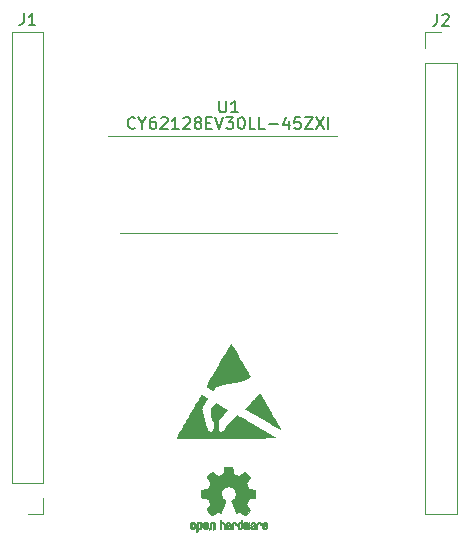
<source format=gbr>
G04 #@! TF.GenerationSoftware,KiCad,Pcbnew,(5.1.5)-3*
G04 #@! TF.CreationDate,2020-03-18T19:06:41-04:00*
G04 #@! TF.ProjectId,SRAM CY62128EV30LL-45ZXI,5352414d-2043-4593-9632-313238455633,rev?*
G04 #@! TF.SameCoordinates,Original*
G04 #@! TF.FileFunction,Legend,Top*
G04 #@! TF.FilePolarity,Positive*
%FSLAX46Y46*%
G04 Gerber Fmt 4.6, Leading zero omitted, Abs format (unit mm)*
G04 Created by KiCad (PCBNEW (5.1.5)-3) date 2020-03-18 19:06:41*
%MOMM*%
%LPD*%
G04 APERTURE LIST*
%ADD10C,0.150000*%
%ADD11C,0.100000*%
%ADD12C,0.120000*%
%ADD13C,0.010000*%
G04 APERTURE END LIST*
D10*
X104095238Y-51757142D02*
X104047619Y-51804761D01*
X103904761Y-51852380D01*
X103809523Y-51852380D01*
X103666666Y-51804761D01*
X103571428Y-51709523D01*
X103523809Y-51614285D01*
X103476190Y-51423809D01*
X103476190Y-51280952D01*
X103523809Y-51090476D01*
X103571428Y-50995238D01*
X103666666Y-50900000D01*
X103809523Y-50852380D01*
X103904761Y-50852380D01*
X104047619Y-50900000D01*
X104095238Y-50947619D01*
X104714285Y-51376190D02*
X104714285Y-51852380D01*
X104380952Y-50852380D02*
X104714285Y-51376190D01*
X105047619Y-50852380D01*
X105809523Y-50852380D02*
X105619047Y-50852380D01*
X105523809Y-50900000D01*
X105476190Y-50947619D01*
X105380952Y-51090476D01*
X105333333Y-51280952D01*
X105333333Y-51661904D01*
X105380952Y-51757142D01*
X105428571Y-51804761D01*
X105523809Y-51852380D01*
X105714285Y-51852380D01*
X105809523Y-51804761D01*
X105857142Y-51757142D01*
X105904761Y-51661904D01*
X105904761Y-51423809D01*
X105857142Y-51328571D01*
X105809523Y-51280952D01*
X105714285Y-51233333D01*
X105523809Y-51233333D01*
X105428571Y-51280952D01*
X105380952Y-51328571D01*
X105333333Y-51423809D01*
X106285714Y-50947619D02*
X106333333Y-50900000D01*
X106428571Y-50852380D01*
X106666666Y-50852380D01*
X106761904Y-50900000D01*
X106809523Y-50947619D01*
X106857142Y-51042857D01*
X106857142Y-51138095D01*
X106809523Y-51280952D01*
X106238095Y-51852380D01*
X106857142Y-51852380D01*
X107809523Y-51852380D02*
X107238095Y-51852380D01*
X107523809Y-51852380D02*
X107523809Y-50852380D01*
X107428571Y-50995238D01*
X107333333Y-51090476D01*
X107238095Y-51138095D01*
X108190476Y-50947619D02*
X108238095Y-50900000D01*
X108333333Y-50852380D01*
X108571428Y-50852380D01*
X108666666Y-50900000D01*
X108714285Y-50947619D01*
X108761904Y-51042857D01*
X108761904Y-51138095D01*
X108714285Y-51280952D01*
X108142857Y-51852380D01*
X108761904Y-51852380D01*
X109333333Y-51280952D02*
X109238095Y-51233333D01*
X109190476Y-51185714D01*
X109142857Y-51090476D01*
X109142857Y-51042857D01*
X109190476Y-50947619D01*
X109238095Y-50900000D01*
X109333333Y-50852380D01*
X109523809Y-50852380D01*
X109619047Y-50900000D01*
X109666666Y-50947619D01*
X109714285Y-51042857D01*
X109714285Y-51090476D01*
X109666666Y-51185714D01*
X109619047Y-51233333D01*
X109523809Y-51280952D01*
X109333333Y-51280952D01*
X109238095Y-51328571D01*
X109190476Y-51376190D01*
X109142857Y-51471428D01*
X109142857Y-51661904D01*
X109190476Y-51757142D01*
X109238095Y-51804761D01*
X109333333Y-51852380D01*
X109523809Y-51852380D01*
X109619047Y-51804761D01*
X109666666Y-51757142D01*
X109714285Y-51661904D01*
X109714285Y-51471428D01*
X109666666Y-51376190D01*
X109619047Y-51328571D01*
X109523809Y-51280952D01*
X110142857Y-51328571D02*
X110476190Y-51328571D01*
X110619047Y-51852380D02*
X110142857Y-51852380D01*
X110142857Y-50852380D01*
X110619047Y-50852380D01*
X110904761Y-50852380D02*
X111238095Y-51852380D01*
X111571428Y-50852380D01*
X111809523Y-50852380D02*
X112428571Y-50852380D01*
X112095238Y-51233333D01*
X112238095Y-51233333D01*
X112333333Y-51280952D01*
X112380952Y-51328571D01*
X112428571Y-51423809D01*
X112428571Y-51661904D01*
X112380952Y-51757142D01*
X112333333Y-51804761D01*
X112238095Y-51852380D01*
X111952380Y-51852380D01*
X111857142Y-51804761D01*
X111809523Y-51757142D01*
X113047619Y-50852380D02*
X113142857Y-50852380D01*
X113238095Y-50900000D01*
X113285714Y-50947619D01*
X113333333Y-51042857D01*
X113380952Y-51233333D01*
X113380952Y-51471428D01*
X113333333Y-51661904D01*
X113285714Y-51757142D01*
X113238095Y-51804761D01*
X113142857Y-51852380D01*
X113047619Y-51852380D01*
X112952380Y-51804761D01*
X112904761Y-51757142D01*
X112857142Y-51661904D01*
X112809523Y-51471428D01*
X112809523Y-51233333D01*
X112857142Y-51042857D01*
X112904761Y-50947619D01*
X112952380Y-50900000D01*
X113047619Y-50852380D01*
X114285714Y-51852380D02*
X113809523Y-51852380D01*
X113809523Y-50852380D01*
X115095238Y-51852380D02*
X114619047Y-51852380D01*
X114619047Y-50852380D01*
X115428571Y-51471428D02*
X116190476Y-51471428D01*
X117095238Y-51185714D02*
X117095238Y-51852380D01*
X116857142Y-50804761D02*
X116619047Y-51519047D01*
X117238095Y-51519047D01*
X118095238Y-50852380D02*
X117619047Y-50852380D01*
X117571428Y-51328571D01*
X117619047Y-51280952D01*
X117714285Y-51233333D01*
X117952380Y-51233333D01*
X118047619Y-51280952D01*
X118095238Y-51328571D01*
X118142857Y-51423809D01*
X118142857Y-51661904D01*
X118095238Y-51757142D01*
X118047619Y-51804761D01*
X117952380Y-51852380D01*
X117714285Y-51852380D01*
X117619047Y-51804761D01*
X117571428Y-51757142D01*
X118476190Y-50852380D02*
X119142857Y-50852380D01*
X118476190Y-51852380D01*
X119142857Y-51852380D01*
X119428571Y-50852380D02*
X120095238Y-51852380D01*
X120095238Y-50852380D02*
X119428571Y-51852380D01*
X120476190Y-51852380D02*
X120476190Y-50852380D01*
D11*
X121200000Y-52436500D02*
X101800000Y-52436500D01*
D12*
X102800000Y-60676500D02*
X121200000Y-60676500D01*
D13*
G36*
X112220878Y-70076166D02*
G01*
X112251876Y-70126538D01*
X112299634Y-70206341D01*
X112362194Y-70312180D01*
X112437597Y-70440659D01*
X112523885Y-70588384D01*
X112619101Y-70751958D01*
X112721285Y-70927987D01*
X112828481Y-71113075D01*
X112938729Y-71303827D01*
X113050071Y-71496847D01*
X113160550Y-71688741D01*
X113268207Y-71876111D01*
X113371084Y-72055565D01*
X113467223Y-72223705D01*
X113554665Y-72377137D01*
X113631453Y-72512465D01*
X113695628Y-72626294D01*
X113745233Y-72715229D01*
X113778309Y-72775874D01*
X113792897Y-72804833D01*
X113793431Y-72806644D01*
X113775321Y-72831217D01*
X113724980Y-72868807D01*
X113648395Y-72915722D01*
X113551552Y-72968274D01*
X113450167Y-73018213D01*
X113312215Y-73078769D01*
X113167142Y-73133179D01*
X113009950Y-73182651D01*
X112835643Y-73228395D01*
X112639222Y-73271620D01*
X112415689Y-73313534D01*
X112160048Y-73355347D01*
X111895606Y-73394284D01*
X111665852Y-73428828D01*
X111472917Y-73463026D01*
X111311964Y-73498577D01*
X111178155Y-73537182D01*
X111066650Y-73580539D01*
X110972614Y-73630348D01*
X110891206Y-73688309D01*
X110817590Y-73756120D01*
X110793851Y-73781312D01*
X110742397Y-73839958D01*
X110704334Y-73887815D01*
X110686677Y-73915958D01*
X110686206Y-73918265D01*
X110680028Y-73932416D01*
X110658590Y-73932575D01*
X110617533Y-73916861D01*
X110552501Y-73883391D01*
X110459137Y-73830281D01*
X110394252Y-73792088D01*
X110297501Y-73732385D01*
X110222312Y-73681263D01*
X110173739Y-73642399D01*
X110156835Y-73619472D01*
X110156845Y-73619305D01*
X110167328Y-73597456D01*
X110196931Y-73542739D01*
X110243938Y-73458136D01*
X110306629Y-73346629D01*
X110383286Y-73211201D01*
X110472191Y-73054833D01*
X110571626Y-72880507D01*
X110679872Y-72691206D01*
X110795211Y-72489911D01*
X110915924Y-72279605D01*
X111040294Y-72063271D01*
X111166601Y-71843889D01*
X111293127Y-71624442D01*
X111418155Y-71407912D01*
X111539965Y-71197281D01*
X111656839Y-70995532D01*
X111767060Y-70805647D01*
X111868908Y-70630606D01*
X111960665Y-70473394D01*
X112040613Y-70336991D01*
X112107034Y-70224380D01*
X112158209Y-70138543D01*
X112192420Y-70082462D01*
X112207948Y-70059119D01*
X112208598Y-70058621D01*
X112220878Y-70076166D01*
G37*
X112220878Y-70076166D02*
X112251876Y-70126538D01*
X112299634Y-70206341D01*
X112362194Y-70312180D01*
X112437597Y-70440659D01*
X112523885Y-70588384D01*
X112619101Y-70751958D01*
X112721285Y-70927987D01*
X112828481Y-71113075D01*
X112938729Y-71303827D01*
X113050071Y-71496847D01*
X113160550Y-71688741D01*
X113268207Y-71876111D01*
X113371084Y-72055565D01*
X113467223Y-72223705D01*
X113554665Y-72377137D01*
X113631453Y-72512465D01*
X113695628Y-72626294D01*
X113745233Y-72715229D01*
X113778309Y-72775874D01*
X113792897Y-72804833D01*
X113793431Y-72806644D01*
X113775321Y-72831217D01*
X113724980Y-72868807D01*
X113648395Y-72915722D01*
X113551552Y-72968274D01*
X113450167Y-73018213D01*
X113312215Y-73078769D01*
X113167142Y-73133179D01*
X113009950Y-73182651D01*
X112835643Y-73228395D01*
X112639222Y-73271620D01*
X112415689Y-73313534D01*
X112160048Y-73355347D01*
X111895606Y-73394284D01*
X111665852Y-73428828D01*
X111472917Y-73463026D01*
X111311964Y-73498577D01*
X111178155Y-73537182D01*
X111066650Y-73580539D01*
X110972614Y-73630348D01*
X110891206Y-73688309D01*
X110817590Y-73756120D01*
X110793851Y-73781312D01*
X110742397Y-73839958D01*
X110704334Y-73887815D01*
X110686677Y-73915958D01*
X110686206Y-73918265D01*
X110680028Y-73932416D01*
X110658590Y-73932575D01*
X110617533Y-73916861D01*
X110552501Y-73883391D01*
X110459137Y-73830281D01*
X110394252Y-73792088D01*
X110297501Y-73732385D01*
X110222312Y-73681263D01*
X110173739Y-73642399D01*
X110156835Y-73619472D01*
X110156845Y-73619305D01*
X110167328Y-73597456D01*
X110196931Y-73542739D01*
X110243938Y-73458136D01*
X110306629Y-73346629D01*
X110383286Y-73211201D01*
X110472191Y-73054833D01*
X110571626Y-72880507D01*
X110679872Y-72691206D01*
X110795211Y-72489911D01*
X110915924Y-72279605D01*
X111040294Y-72063271D01*
X111166601Y-71843889D01*
X111293127Y-71624442D01*
X111418155Y-71407912D01*
X111539965Y-71197281D01*
X111656839Y-70995532D01*
X111767060Y-70805647D01*
X111868908Y-70630606D01*
X111960665Y-70473394D01*
X112040613Y-70336991D01*
X112107034Y-70224380D01*
X112158209Y-70138543D01*
X112192420Y-70082462D01*
X112207948Y-70059119D01*
X112208598Y-70058621D01*
X112220878Y-70076166D01*
G36*
X114676146Y-74315908D02*
G01*
X114691469Y-74341590D01*
X114725911Y-74400469D01*
X114777769Y-74489602D01*
X114845340Y-74606049D01*
X114926921Y-74746867D01*
X115020809Y-74909114D01*
X115125299Y-75089849D01*
X115238690Y-75286130D01*
X115359278Y-75495016D01*
X115483313Y-75710017D01*
X115609987Y-75929649D01*
X115731608Y-76140495D01*
X115846412Y-76339499D01*
X115952638Y-76523607D01*
X116048523Y-76689765D01*
X116132302Y-76834917D01*
X116202214Y-76956009D01*
X116256496Y-77049988D01*
X116293385Y-77113797D01*
X116310731Y-77143719D01*
X116339007Y-77194271D01*
X116354382Y-77225914D01*
X116355224Y-77231420D01*
X116336488Y-77221082D01*
X116284386Y-77191407D01*
X116201640Y-77143968D01*
X116090975Y-77080333D01*
X115955114Y-77002074D01*
X115796781Y-76910759D01*
X115618698Y-76807960D01*
X115423590Y-76695247D01*
X115214180Y-76574189D01*
X114993191Y-76446357D01*
X114909113Y-76397702D01*
X114684170Y-76267567D01*
X114469524Y-76143497D01*
X114267932Y-76027077D01*
X114082148Y-75919893D01*
X113914928Y-75823531D01*
X113769027Y-75739578D01*
X113647201Y-75669620D01*
X113552204Y-75615243D01*
X113486792Y-75578034D01*
X113453720Y-75559578D01*
X113450262Y-75557830D01*
X113460339Y-75542005D01*
X113495407Y-75499692D01*
X113551885Y-75434790D01*
X113626193Y-75351196D01*
X113714752Y-75252809D01*
X113813980Y-75143525D01*
X113920298Y-75027244D01*
X114030125Y-74907862D01*
X114139882Y-74789277D01*
X114245988Y-74675388D01*
X114344862Y-74570092D01*
X114432926Y-74477287D01*
X114506599Y-74400870D01*
X114562300Y-74344740D01*
X114581403Y-74326335D01*
X114644708Y-74266872D01*
X114676146Y-74315908D01*
G37*
X114676146Y-74315908D02*
X114691469Y-74341590D01*
X114725911Y-74400469D01*
X114777769Y-74489602D01*
X114845340Y-74606049D01*
X114926921Y-74746867D01*
X115020809Y-74909114D01*
X115125299Y-75089849D01*
X115238690Y-75286130D01*
X115359278Y-75495016D01*
X115483313Y-75710017D01*
X115609987Y-75929649D01*
X115731608Y-76140495D01*
X115846412Y-76339499D01*
X115952638Y-76523607D01*
X116048523Y-76689765D01*
X116132302Y-76834917D01*
X116202214Y-76956009D01*
X116256496Y-77049988D01*
X116293385Y-77113797D01*
X116310731Y-77143719D01*
X116339007Y-77194271D01*
X116354382Y-77225914D01*
X116355224Y-77231420D01*
X116336488Y-77221082D01*
X116284386Y-77191407D01*
X116201640Y-77143968D01*
X116090975Y-77080333D01*
X115955114Y-77002074D01*
X115796781Y-76910759D01*
X115618698Y-76807960D01*
X115423590Y-76695247D01*
X115214180Y-76574189D01*
X114993191Y-76446357D01*
X114909113Y-76397702D01*
X114684170Y-76267567D01*
X114469524Y-76143497D01*
X114267932Y-76027077D01*
X114082148Y-75919893D01*
X113914928Y-75823531D01*
X113769027Y-75739578D01*
X113647201Y-75669620D01*
X113552204Y-75615243D01*
X113486792Y-75578034D01*
X113453720Y-75559578D01*
X113450262Y-75557830D01*
X113460339Y-75542005D01*
X113495407Y-75499692D01*
X113551885Y-75434790D01*
X113626193Y-75351196D01*
X113714752Y-75252809D01*
X113813980Y-75143525D01*
X113920298Y-75027244D01*
X114030125Y-74907862D01*
X114139882Y-74789277D01*
X114245988Y-74675388D01*
X114344862Y-74570092D01*
X114432926Y-74477287D01*
X114506599Y-74400870D01*
X114562300Y-74344740D01*
X114581403Y-74326335D01*
X114644708Y-74266872D01*
X114676146Y-74315908D01*
G36*
X109740749Y-74392036D02*
G01*
X109784544Y-74408972D01*
X109851293Y-74442601D01*
X109947137Y-74495334D01*
X109954599Y-74499525D01*
X110042871Y-74550001D01*
X110117363Y-74594223D01*
X110170760Y-74627731D01*
X110195746Y-74646064D01*
X110196445Y-74646962D01*
X110190409Y-74672414D01*
X110162723Y-74729255D01*
X110115188Y-74814389D01*
X110049611Y-74924717D01*
X109967797Y-75057144D01*
X109871548Y-75208571D01*
X109847594Y-75245707D01*
X109785183Y-75348757D01*
X109739737Y-75437432D01*
X109715246Y-75503714D01*
X109712733Y-75516807D01*
X109713848Y-75574443D01*
X109726343Y-75665865D01*
X109748660Y-75785208D01*
X109779240Y-75926609D01*
X109816528Y-76084203D01*
X109858965Y-76252126D01*
X109904994Y-76424514D01*
X109953057Y-76595501D01*
X110001597Y-76759224D01*
X110049057Y-76909818D01*
X110093878Y-77041420D01*
X110134503Y-77148163D01*
X110162823Y-77211494D01*
X110196183Y-77278957D01*
X110227682Y-77343511D01*
X110229387Y-77347045D01*
X110281498Y-77412250D01*
X110357554Y-77456156D01*
X110446092Y-77477197D01*
X110535648Y-77473807D01*
X110614758Y-77444423D01*
X110659264Y-77405736D01*
X110723356Y-77299636D01*
X110770322Y-77167405D01*
X110796090Y-77022527D01*
X110799741Y-76940394D01*
X110785039Y-76787105D01*
X110741890Y-76660166D01*
X110667972Y-76553418D01*
X110644921Y-76529657D01*
X110576325Y-76463009D01*
X110571614Y-75991916D01*
X110566903Y-75520822D01*
X110686946Y-75339106D01*
X110743277Y-75256856D01*
X110797528Y-75182865D01*
X110841959Y-75127448D01*
X110861056Y-75107056D01*
X110915124Y-75056723D01*
X110988350Y-75096158D01*
X111034633Y-75124415D01*
X111059957Y-75146354D01*
X111061576Y-75150299D01*
X111078884Y-75167023D01*
X111108497Y-75179476D01*
X111137114Y-75190700D01*
X111180934Y-75212024D01*
X111243718Y-75245529D01*
X111329228Y-75293296D01*
X111441226Y-75357407D01*
X111583473Y-75439944D01*
X111660773Y-75485065D01*
X111751702Y-75539111D01*
X111811339Y-75577604D01*
X111844961Y-75605044D01*
X111857844Y-75625934D01*
X111855265Y-75644775D01*
X111853115Y-75649152D01*
X111832197Y-75676714D01*
X111787440Y-75728416D01*
X111724057Y-75798475D01*
X111647262Y-75881107D01*
X111580844Y-75951156D01*
X111427790Y-76117414D01*
X111308056Y-76261519D01*
X111220573Y-76384921D01*
X111164274Y-76489068D01*
X111145284Y-76541954D01*
X111137440Y-76588250D01*
X111129338Y-76667221D01*
X111121691Y-76769846D01*
X111115212Y-76887103D01*
X111112163Y-76961248D01*
X111107908Y-77089427D01*
X111106036Y-77183138D01*
X111107099Y-77249583D01*
X111111646Y-77295961D01*
X111120227Y-77329474D01*
X111133394Y-77357321D01*
X111143735Y-77374324D01*
X111203456Y-77439862D01*
X111280411Y-77485532D01*
X111361380Y-77505450D01*
X111422058Y-77498244D01*
X111476999Y-77467066D01*
X111545867Y-77411230D01*
X111619005Y-77340474D01*
X111686752Y-77264537D01*
X111739450Y-77193159D01*
X111758853Y-77158668D01*
X111787919Y-77111441D01*
X111840783Y-77039506D01*
X111912616Y-76948485D01*
X111998588Y-76844000D01*
X112093868Y-76731675D01*
X112193627Y-76617130D01*
X112293034Y-76505990D01*
X112387259Y-76403875D01*
X112471473Y-76316408D01*
X112537591Y-76252198D01*
X112610999Y-76188057D01*
X112672753Y-76140763D01*
X112716066Y-76115235D01*
X112730445Y-76112429D01*
X112752479Y-76123752D01*
X112807438Y-76154144D01*
X112892152Y-76201780D01*
X113003448Y-76264835D01*
X113138156Y-76341485D01*
X113293103Y-76429905D01*
X113465119Y-76528270D01*
X113651032Y-76634756D01*
X113847670Y-76747537D01*
X114051863Y-76864789D01*
X114260439Y-76984687D01*
X114470225Y-77105407D01*
X114678052Y-77225123D01*
X114880747Y-77342011D01*
X115075140Y-77454246D01*
X115258058Y-77560004D01*
X115426330Y-77657460D01*
X115576785Y-77744788D01*
X115706251Y-77820165D01*
X115811557Y-77881765D01*
X115889532Y-77927764D01*
X115937004Y-77956337D01*
X115950763Y-77965304D01*
X115932231Y-77967076D01*
X115873933Y-77968799D01*
X115777809Y-77970464D01*
X115645799Y-77972063D01*
X115479846Y-77973587D01*
X115281889Y-77975029D01*
X115053870Y-77976380D01*
X114797729Y-77977632D01*
X114515408Y-77978776D01*
X114208847Y-77979804D01*
X113879987Y-77980708D01*
X113530769Y-77981479D01*
X113163135Y-77982109D01*
X112779024Y-77982590D01*
X112380377Y-77982914D01*
X111969137Y-77983072D01*
X111796580Y-77983087D01*
X107622586Y-77983087D01*
X107920268Y-77466954D01*
X107983286Y-77357665D01*
X108064406Y-77216940D01*
X108160916Y-77049486D01*
X108270103Y-76860012D01*
X108389255Y-76653223D01*
X108515660Y-76433828D01*
X108646605Y-76206533D01*
X108779379Y-75976046D01*
X108911269Y-75747073D01*
X108944624Y-75689163D01*
X109066247Y-75478232D01*
X109182228Y-75277535D01*
X109290825Y-75090059D01*
X109390294Y-74918792D01*
X109478892Y-74766723D01*
X109554878Y-74636838D01*
X109616507Y-74532125D01*
X109662037Y-74455573D01*
X109689725Y-74410169D01*
X109697472Y-74398609D01*
X109713772Y-74389385D01*
X109740749Y-74392036D01*
G37*
X109740749Y-74392036D02*
X109784544Y-74408972D01*
X109851293Y-74442601D01*
X109947137Y-74495334D01*
X109954599Y-74499525D01*
X110042871Y-74550001D01*
X110117363Y-74594223D01*
X110170760Y-74627731D01*
X110195746Y-74646064D01*
X110196445Y-74646962D01*
X110190409Y-74672414D01*
X110162723Y-74729255D01*
X110115188Y-74814389D01*
X110049611Y-74924717D01*
X109967797Y-75057144D01*
X109871548Y-75208571D01*
X109847594Y-75245707D01*
X109785183Y-75348757D01*
X109739737Y-75437432D01*
X109715246Y-75503714D01*
X109712733Y-75516807D01*
X109713848Y-75574443D01*
X109726343Y-75665865D01*
X109748660Y-75785208D01*
X109779240Y-75926609D01*
X109816528Y-76084203D01*
X109858965Y-76252126D01*
X109904994Y-76424514D01*
X109953057Y-76595501D01*
X110001597Y-76759224D01*
X110049057Y-76909818D01*
X110093878Y-77041420D01*
X110134503Y-77148163D01*
X110162823Y-77211494D01*
X110196183Y-77278957D01*
X110227682Y-77343511D01*
X110229387Y-77347045D01*
X110281498Y-77412250D01*
X110357554Y-77456156D01*
X110446092Y-77477197D01*
X110535648Y-77473807D01*
X110614758Y-77444423D01*
X110659264Y-77405736D01*
X110723356Y-77299636D01*
X110770322Y-77167405D01*
X110796090Y-77022527D01*
X110799741Y-76940394D01*
X110785039Y-76787105D01*
X110741890Y-76660166D01*
X110667972Y-76553418D01*
X110644921Y-76529657D01*
X110576325Y-76463009D01*
X110571614Y-75991916D01*
X110566903Y-75520822D01*
X110686946Y-75339106D01*
X110743277Y-75256856D01*
X110797528Y-75182865D01*
X110841959Y-75127448D01*
X110861056Y-75107056D01*
X110915124Y-75056723D01*
X110988350Y-75096158D01*
X111034633Y-75124415D01*
X111059957Y-75146354D01*
X111061576Y-75150299D01*
X111078884Y-75167023D01*
X111108497Y-75179476D01*
X111137114Y-75190700D01*
X111180934Y-75212024D01*
X111243718Y-75245529D01*
X111329228Y-75293296D01*
X111441226Y-75357407D01*
X111583473Y-75439944D01*
X111660773Y-75485065D01*
X111751702Y-75539111D01*
X111811339Y-75577604D01*
X111844961Y-75605044D01*
X111857844Y-75625934D01*
X111855265Y-75644775D01*
X111853115Y-75649152D01*
X111832197Y-75676714D01*
X111787440Y-75728416D01*
X111724057Y-75798475D01*
X111647262Y-75881107D01*
X111580844Y-75951156D01*
X111427790Y-76117414D01*
X111308056Y-76261519D01*
X111220573Y-76384921D01*
X111164274Y-76489068D01*
X111145284Y-76541954D01*
X111137440Y-76588250D01*
X111129338Y-76667221D01*
X111121691Y-76769846D01*
X111115212Y-76887103D01*
X111112163Y-76961248D01*
X111107908Y-77089427D01*
X111106036Y-77183138D01*
X111107099Y-77249583D01*
X111111646Y-77295961D01*
X111120227Y-77329474D01*
X111133394Y-77357321D01*
X111143735Y-77374324D01*
X111203456Y-77439862D01*
X111280411Y-77485532D01*
X111361380Y-77505450D01*
X111422058Y-77498244D01*
X111476999Y-77467066D01*
X111545867Y-77411230D01*
X111619005Y-77340474D01*
X111686752Y-77264537D01*
X111739450Y-77193159D01*
X111758853Y-77158668D01*
X111787919Y-77111441D01*
X111840783Y-77039506D01*
X111912616Y-76948485D01*
X111998588Y-76844000D01*
X112093868Y-76731675D01*
X112193627Y-76617130D01*
X112293034Y-76505990D01*
X112387259Y-76403875D01*
X112471473Y-76316408D01*
X112537591Y-76252198D01*
X112610999Y-76188057D01*
X112672753Y-76140763D01*
X112716066Y-76115235D01*
X112730445Y-76112429D01*
X112752479Y-76123752D01*
X112807438Y-76154144D01*
X112892152Y-76201780D01*
X113003448Y-76264835D01*
X113138156Y-76341485D01*
X113293103Y-76429905D01*
X113465119Y-76528270D01*
X113651032Y-76634756D01*
X113847670Y-76747537D01*
X114051863Y-76864789D01*
X114260439Y-76984687D01*
X114470225Y-77105407D01*
X114678052Y-77225123D01*
X114880747Y-77342011D01*
X115075140Y-77454246D01*
X115258058Y-77560004D01*
X115426330Y-77657460D01*
X115576785Y-77744788D01*
X115706251Y-77820165D01*
X115811557Y-77881765D01*
X115889532Y-77927764D01*
X115937004Y-77956337D01*
X115950763Y-77965304D01*
X115932231Y-77967076D01*
X115873933Y-77968799D01*
X115777809Y-77970464D01*
X115645799Y-77972063D01*
X115479846Y-77973587D01*
X115281889Y-77975029D01*
X115053870Y-77976380D01*
X114797729Y-77977632D01*
X114515408Y-77978776D01*
X114208847Y-77979804D01*
X113879987Y-77980708D01*
X113530769Y-77981479D01*
X113163135Y-77982109D01*
X112779024Y-77982590D01*
X112380377Y-77982914D01*
X111969137Y-77983072D01*
X111796580Y-77983087D01*
X107622586Y-77983087D01*
X107920268Y-77466954D01*
X107983286Y-77357665D01*
X108064406Y-77216940D01*
X108160916Y-77049486D01*
X108270103Y-76860012D01*
X108389255Y-76653223D01*
X108515660Y-76433828D01*
X108646605Y-76206533D01*
X108779379Y-75976046D01*
X108911269Y-75747073D01*
X108944624Y-75689163D01*
X109066247Y-75478232D01*
X109182228Y-75277535D01*
X109290825Y-75090059D01*
X109390294Y-74918792D01*
X109478892Y-74766723D01*
X109554878Y-74636838D01*
X109616507Y-74532125D01*
X109662037Y-74455573D01*
X109689725Y-74410169D01*
X109697472Y-74398609D01*
X109713772Y-74389385D01*
X109740749Y-74392036D01*
D12*
X128670000Y-43670000D02*
X130000000Y-43670000D01*
X128670000Y-45000000D02*
X128670000Y-43670000D01*
X128670000Y-46270000D02*
X131330000Y-46270000D01*
X131330000Y-46270000D02*
X131330000Y-84430000D01*
X128670000Y-46270000D02*
X128670000Y-84430000D01*
X128670000Y-84430000D02*
X131330000Y-84430000D01*
X96330000Y-84430000D02*
X95000000Y-84430000D01*
X96330000Y-83100000D02*
X96330000Y-84430000D01*
X96330000Y-81830000D02*
X93670000Y-81830000D01*
X93670000Y-81830000D02*
X93670000Y-43670000D01*
X96330000Y-81830000D02*
X96330000Y-43670000D01*
X96330000Y-43670000D02*
X93670000Y-43670000D01*
D13*
G36*
X112103910Y-80442348D02*
G01*
X112182454Y-80442778D01*
X112239298Y-80443942D01*
X112278105Y-80446207D01*
X112302538Y-80449940D01*
X112316262Y-80455506D01*
X112322940Y-80463273D01*
X112326236Y-80473605D01*
X112326556Y-80474943D01*
X112331562Y-80499079D01*
X112340829Y-80546701D01*
X112353392Y-80612741D01*
X112368287Y-80692128D01*
X112384551Y-80779796D01*
X112385119Y-80782875D01*
X112401410Y-80868789D01*
X112416652Y-80944696D01*
X112429861Y-81006045D01*
X112440054Y-81048282D01*
X112446248Y-81066855D01*
X112446543Y-81067184D01*
X112464788Y-81076253D01*
X112502405Y-81091367D01*
X112551271Y-81109262D01*
X112551543Y-81109358D01*
X112613093Y-81132493D01*
X112685657Y-81161965D01*
X112754057Y-81191597D01*
X112757294Y-81193062D01*
X112868702Y-81243626D01*
X113115399Y-81075160D01*
X113191077Y-81023803D01*
X113259631Y-80977889D01*
X113317088Y-80940030D01*
X113359476Y-80912837D01*
X113382825Y-80898921D01*
X113385042Y-80897889D01*
X113402010Y-80902484D01*
X113433701Y-80924655D01*
X113481352Y-80965447D01*
X113546198Y-81025905D01*
X113612397Y-81090227D01*
X113676214Y-81153612D01*
X113733329Y-81211451D01*
X113780305Y-81260175D01*
X113813703Y-81296210D01*
X113830085Y-81315984D01*
X113830694Y-81317002D01*
X113832505Y-81330572D01*
X113825683Y-81352733D01*
X113808540Y-81386478D01*
X113779393Y-81434800D01*
X113736555Y-81500692D01*
X113679448Y-81585517D01*
X113628766Y-81660177D01*
X113583461Y-81727140D01*
X113546150Y-81782516D01*
X113519452Y-81822420D01*
X113505985Y-81842962D01*
X113505137Y-81844356D01*
X113506781Y-81864038D01*
X113519245Y-81902293D01*
X113540048Y-81951889D01*
X113547462Y-81967728D01*
X113579814Y-82038290D01*
X113614328Y-82118353D01*
X113642365Y-82187629D01*
X113662568Y-82239045D01*
X113678615Y-82278119D01*
X113687888Y-82298541D01*
X113689041Y-82300114D01*
X113706096Y-82302721D01*
X113746298Y-82309863D01*
X113804302Y-82320523D01*
X113874763Y-82333685D01*
X113952335Y-82348333D01*
X114031672Y-82363449D01*
X114107431Y-82378018D01*
X114174264Y-82391022D01*
X114226828Y-82401445D01*
X114259776Y-82408270D01*
X114267857Y-82410199D01*
X114276205Y-82414962D01*
X114282506Y-82425718D01*
X114287045Y-82446098D01*
X114290104Y-82479734D01*
X114291967Y-82530255D01*
X114292918Y-82601292D01*
X114293240Y-82696476D01*
X114293257Y-82735492D01*
X114293257Y-83052799D01*
X114217057Y-83067839D01*
X114174663Y-83075995D01*
X114111400Y-83087899D01*
X114034962Y-83102116D01*
X113953043Y-83117210D01*
X113930400Y-83121355D01*
X113854806Y-83136053D01*
X113788953Y-83150505D01*
X113738366Y-83163375D01*
X113708574Y-83173322D01*
X113703612Y-83176287D01*
X113691426Y-83197283D01*
X113673953Y-83237967D01*
X113654577Y-83290322D01*
X113650734Y-83301600D01*
X113625339Y-83371523D01*
X113593817Y-83450418D01*
X113562969Y-83521266D01*
X113562817Y-83521595D01*
X113511447Y-83632733D01*
X113680399Y-83881253D01*
X113849352Y-84129772D01*
X113632429Y-84347058D01*
X113566819Y-84411726D01*
X113506979Y-84468733D01*
X113456267Y-84515033D01*
X113418046Y-84547584D01*
X113395675Y-84563343D01*
X113392466Y-84564343D01*
X113373626Y-84556469D01*
X113335180Y-84534578D01*
X113281330Y-84501267D01*
X113216276Y-84459131D01*
X113145940Y-84411943D01*
X113074555Y-84363810D01*
X113010908Y-84321928D01*
X112959041Y-84288871D01*
X112922995Y-84267218D01*
X112906867Y-84259543D01*
X112887189Y-84266037D01*
X112849875Y-84283150D01*
X112802621Y-84307326D01*
X112797612Y-84310013D01*
X112733977Y-84341927D01*
X112690341Y-84357579D01*
X112663202Y-84357745D01*
X112649057Y-84343204D01*
X112648975Y-84343000D01*
X112641905Y-84325779D01*
X112625042Y-84284899D01*
X112599695Y-84223525D01*
X112567171Y-84144819D01*
X112528778Y-84051947D01*
X112485822Y-83948072D01*
X112444222Y-83847502D01*
X112398504Y-83736516D01*
X112356526Y-83633703D01*
X112319548Y-83542215D01*
X112288827Y-83465201D01*
X112265622Y-83405815D01*
X112251190Y-83367209D01*
X112246743Y-83352800D01*
X112257896Y-83336272D01*
X112287069Y-83309930D01*
X112325971Y-83280887D01*
X112436757Y-83189039D01*
X112523351Y-83083759D01*
X112584716Y-82967266D01*
X112619815Y-82841776D01*
X112627608Y-82709507D01*
X112621943Y-82648457D01*
X112591078Y-82521795D01*
X112537920Y-82409941D01*
X112465767Y-82314001D01*
X112377917Y-82235076D01*
X112277665Y-82174270D01*
X112168310Y-82132687D01*
X112053147Y-82111428D01*
X111935475Y-82111599D01*
X111818590Y-82134301D01*
X111705789Y-82180638D01*
X111600369Y-82251713D01*
X111556368Y-82291911D01*
X111471979Y-82395129D01*
X111413222Y-82507925D01*
X111379704Y-82627010D01*
X111371035Y-82749095D01*
X111386823Y-82870893D01*
X111426678Y-82989116D01*
X111490207Y-83100475D01*
X111577021Y-83201684D01*
X111674029Y-83280887D01*
X111714437Y-83311162D01*
X111742982Y-83337219D01*
X111753257Y-83352825D01*
X111747877Y-83369843D01*
X111732575Y-83410500D01*
X111708612Y-83471642D01*
X111677244Y-83550119D01*
X111639732Y-83642780D01*
X111597333Y-83746472D01*
X111555663Y-83847526D01*
X111509690Y-83958607D01*
X111467107Y-84061541D01*
X111429221Y-84153165D01*
X111397340Y-84230316D01*
X111372771Y-84289831D01*
X111356820Y-84328544D01*
X111350910Y-84343000D01*
X111336948Y-84357685D01*
X111309940Y-84357642D01*
X111266413Y-84342099D01*
X111202890Y-84310284D01*
X111202388Y-84310013D01*
X111154560Y-84285323D01*
X111115897Y-84267338D01*
X111094095Y-84259614D01*
X111093133Y-84259543D01*
X111076721Y-84267378D01*
X111040487Y-84289165D01*
X110988474Y-84322328D01*
X110924725Y-84364291D01*
X110854060Y-84411943D01*
X110782116Y-84460191D01*
X110717274Y-84502151D01*
X110663735Y-84535227D01*
X110625697Y-84556821D01*
X110607533Y-84564343D01*
X110590808Y-84554457D01*
X110557180Y-84526826D01*
X110510010Y-84484495D01*
X110452658Y-84430505D01*
X110388484Y-84367899D01*
X110367497Y-84346983D01*
X110150499Y-84129623D01*
X110315668Y-83887220D01*
X110365864Y-83812781D01*
X110409919Y-83745972D01*
X110445362Y-83690665D01*
X110469719Y-83650729D01*
X110480522Y-83630036D01*
X110480838Y-83628563D01*
X110475143Y-83609058D01*
X110459826Y-83569822D01*
X110437537Y-83517430D01*
X110421893Y-83482355D01*
X110392641Y-83415201D01*
X110365094Y-83347358D01*
X110343737Y-83290034D01*
X110337935Y-83272572D01*
X110321452Y-83225938D01*
X110305340Y-83189905D01*
X110296490Y-83176287D01*
X110276960Y-83167952D01*
X110234334Y-83156137D01*
X110174145Y-83142181D01*
X110101922Y-83127422D01*
X110069600Y-83121355D01*
X109987522Y-83106273D01*
X109908795Y-83091669D01*
X109841109Y-83078980D01*
X109792160Y-83069642D01*
X109782943Y-83067839D01*
X109706743Y-83052799D01*
X109706743Y-82735492D01*
X109706914Y-82631154D01*
X109707616Y-82552213D01*
X109709134Y-82495038D01*
X109711749Y-82455999D01*
X109715746Y-82431465D01*
X109721409Y-82417805D01*
X109729020Y-82411389D01*
X109732143Y-82410199D01*
X109750978Y-82405980D01*
X109792588Y-82397562D01*
X109851630Y-82385961D01*
X109922757Y-82372195D01*
X110000625Y-82357280D01*
X110079887Y-82342232D01*
X110155198Y-82328069D01*
X110221213Y-82315806D01*
X110272587Y-82306461D01*
X110303975Y-82301050D01*
X110310959Y-82300114D01*
X110317285Y-82287596D01*
X110331290Y-82254246D01*
X110350355Y-82206377D01*
X110357634Y-82187629D01*
X110386996Y-82115195D01*
X110421571Y-82035170D01*
X110452537Y-81967728D01*
X110475323Y-81916159D01*
X110490482Y-81873785D01*
X110495542Y-81847834D01*
X110494736Y-81844356D01*
X110484041Y-81827936D01*
X110459620Y-81791417D01*
X110424095Y-81738687D01*
X110380087Y-81673635D01*
X110330217Y-81600151D01*
X110320356Y-81585645D01*
X110262492Y-81499704D01*
X110219956Y-81434261D01*
X110191054Y-81386304D01*
X110174090Y-81352820D01*
X110167367Y-81330795D01*
X110169190Y-81317217D01*
X110169236Y-81317131D01*
X110183586Y-81299297D01*
X110215323Y-81264817D01*
X110261010Y-81217268D01*
X110317204Y-81160222D01*
X110380468Y-81097255D01*
X110387602Y-81090227D01*
X110467330Y-81013020D01*
X110528857Y-80956330D01*
X110573421Y-80919110D01*
X110602257Y-80900315D01*
X110614958Y-80897889D01*
X110633494Y-80908471D01*
X110671961Y-80932916D01*
X110726386Y-80968612D01*
X110792798Y-81012947D01*
X110867225Y-81063311D01*
X110884601Y-81075160D01*
X111131297Y-81243626D01*
X111242706Y-81193062D01*
X111310457Y-81163595D01*
X111383183Y-81133959D01*
X111445703Y-81110330D01*
X111448457Y-81109358D01*
X111497360Y-81091457D01*
X111535057Y-81076320D01*
X111553425Y-81067210D01*
X111553456Y-81067184D01*
X111559285Y-81050717D01*
X111569192Y-81010219D01*
X111582195Y-80950242D01*
X111597309Y-80875340D01*
X111613552Y-80790064D01*
X111614881Y-80782875D01*
X111631175Y-80695014D01*
X111646133Y-80615260D01*
X111658791Y-80548681D01*
X111668186Y-80500347D01*
X111673354Y-80475325D01*
X111673444Y-80474943D01*
X111676589Y-80464299D01*
X111682704Y-80456262D01*
X111695453Y-80450467D01*
X111718500Y-80446547D01*
X111755509Y-80444135D01*
X111810144Y-80442865D01*
X111886067Y-80442371D01*
X111986944Y-80442286D01*
X112000000Y-80442286D01*
X112103910Y-80442348D01*
G37*
X112103910Y-80442348D02*
X112182454Y-80442778D01*
X112239298Y-80443942D01*
X112278105Y-80446207D01*
X112302538Y-80449940D01*
X112316262Y-80455506D01*
X112322940Y-80463273D01*
X112326236Y-80473605D01*
X112326556Y-80474943D01*
X112331562Y-80499079D01*
X112340829Y-80546701D01*
X112353392Y-80612741D01*
X112368287Y-80692128D01*
X112384551Y-80779796D01*
X112385119Y-80782875D01*
X112401410Y-80868789D01*
X112416652Y-80944696D01*
X112429861Y-81006045D01*
X112440054Y-81048282D01*
X112446248Y-81066855D01*
X112446543Y-81067184D01*
X112464788Y-81076253D01*
X112502405Y-81091367D01*
X112551271Y-81109262D01*
X112551543Y-81109358D01*
X112613093Y-81132493D01*
X112685657Y-81161965D01*
X112754057Y-81191597D01*
X112757294Y-81193062D01*
X112868702Y-81243626D01*
X113115399Y-81075160D01*
X113191077Y-81023803D01*
X113259631Y-80977889D01*
X113317088Y-80940030D01*
X113359476Y-80912837D01*
X113382825Y-80898921D01*
X113385042Y-80897889D01*
X113402010Y-80902484D01*
X113433701Y-80924655D01*
X113481352Y-80965447D01*
X113546198Y-81025905D01*
X113612397Y-81090227D01*
X113676214Y-81153612D01*
X113733329Y-81211451D01*
X113780305Y-81260175D01*
X113813703Y-81296210D01*
X113830085Y-81315984D01*
X113830694Y-81317002D01*
X113832505Y-81330572D01*
X113825683Y-81352733D01*
X113808540Y-81386478D01*
X113779393Y-81434800D01*
X113736555Y-81500692D01*
X113679448Y-81585517D01*
X113628766Y-81660177D01*
X113583461Y-81727140D01*
X113546150Y-81782516D01*
X113519452Y-81822420D01*
X113505985Y-81842962D01*
X113505137Y-81844356D01*
X113506781Y-81864038D01*
X113519245Y-81902293D01*
X113540048Y-81951889D01*
X113547462Y-81967728D01*
X113579814Y-82038290D01*
X113614328Y-82118353D01*
X113642365Y-82187629D01*
X113662568Y-82239045D01*
X113678615Y-82278119D01*
X113687888Y-82298541D01*
X113689041Y-82300114D01*
X113706096Y-82302721D01*
X113746298Y-82309863D01*
X113804302Y-82320523D01*
X113874763Y-82333685D01*
X113952335Y-82348333D01*
X114031672Y-82363449D01*
X114107431Y-82378018D01*
X114174264Y-82391022D01*
X114226828Y-82401445D01*
X114259776Y-82408270D01*
X114267857Y-82410199D01*
X114276205Y-82414962D01*
X114282506Y-82425718D01*
X114287045Y-82446098D01*
X114290104Y-82479734D01*
X114291967Y-82530255D01*
X114292918Y-82601292D01*
X114293240Y-82696476D01*
X114293257Y-82735492D01*
X114293257Y-83052799D01*
X114217057Y-83067839D01*
X114174663Y-83075995D01*
X114111400Y-83087899D01*
X114034962Y-83102116D01*
X113953043Y-83117210D01*
X113930400Y-83121355D01*
X113854806Y-83136053D01*
X113788953Y-83150505D01*
X113738366Y-83163375D01*
X113708574Y-83173322D01*
X113703612Y-83176287D01*
X113691426Y-83197283D01*
X113673953Y-83237967D01*
X113654577Y-83290322D01*
X113650734Y-83301600D01*
X113625339Y-83371523D01*
X113593817Y-83450418D01*
X113562969Y-83521266D01*
X113562817Y-83521595D01*
X113511447Y-83632733D01*
X113680399Y-83881253D01*
X113849352Y-84129772D01*
X113632429Y-84347058D01*
X113566819Y-84411726D01*
X113506979Y-84468733D01*
X113456267Y-84515033D01*
X113418046Y-84547584D01*
X113395675Y-84563343D01*
X113392466Y-84564343D01*
X113373626Y-84556469D01*
X113335180Y-84534578D01*
X113281330Y-84501267D01*
X113216276Y-84459131D01*
X113145940Y-84411943D01*
X113074555Y-84363810D01*
X113010908Y-84321928D01*
X112959041Y-84288871D01*
X112922995Y-84267218D01*
X112906867Y-84259543D01*
X112887189Y-84266037D01*
X112849875Y-84283150D01*
X112802621Y-84307326D01*
X112797612Y-84310013D01*
X112733977Y-84341927D01*
X112690341Y-84357579D01*
X112663202Y-84357745D01*
X112649057Y-84343204D01*
X112648975Y-84343000D01*
X112641905Y-84325779D01*
X112625042Y-84284899D01*
X112599695Y-84223525D01*
X112567171Y-84144819D01*
X112528778Y-84051947D01*
X112485822Y-83948072D01*
X112444222Y-83847502D01*
X112398504Y-83736516D01*
X112356526Y-83633703D01*
X112319548Y-83542215D01*
X112288827Y-83465201D01*
X112265622Y-83405815D01*
X112251190Y-83367209D01*
X112246743Y-83352800D01*
X112257896Y-83336272D01*
X112287069Y-83309930D01*
X112325971Y-83280887D01*
X112436757Y-83189039D01*
X112523351Y-83083759D01*
X112584716Y-82967266D01*
X112619815Y-82841776D01*
X112627608Y-82709507D01*
X112621943Y-82648457D01*
X112591078Y-82521795D01*
X112537920Y-82409941D01*
X112465767Y-82314001D01*
X112377917Y-82235076D01*
X112277665Y-82174270D01*
X112168310Y-82132687D01*
X112053147Y-82111428D01*
X111935475Y-82111599D01*
X111818590Y-82134301D01*
X111705789Y-82180638D01*
X111600369Y-82251713D01*
X111556368Y-82291911D01*
X111471979Y-82395129D01*
X111413222Y-82507925D01*
X111379704Y-82627010D01*
X111371035Y-82749095D01*
X111386823Y-82870893D01*
X111426678Y-82989116D01*
X111490207Y-83100475D01*
X111577021Y-83201684D01*
X111674029Y-83280887D01*
X111714437Y-83311162D01*
X111742982Y-83337219D01*
X111753257Y-83352825D01*
X111747877Y-83369843D01*
X111732575Y-83410500D01*
X111708612Y-83471642D01*
X111677244Y-83550119D01*
X111639732Y-83642780D01*
X111597333Y-83746472D01*
X111555663Y-83847526D01*
X111509690Y-83958607D01*
X111467107Y-84061541D01*
X111429221Y-84153165D01*
X111397340Y-84230316D01*
X111372771Y-84289831D01*
X111356820Y-84328544D01*
X111350910Y-84343000D01*
X111336948Y-84357685D01*
X111309940Y-84357642D01*
X111266413Y-84342099D01*
X111202890Y-84310284D01*
X111202388Y-84310013D01*
X111154560Y-84285323D01*
X111115897Y-84267338D01*
X111094095Y-84259614D01*
X111093133Y-84259543D01*
X111076721Y-84267378D01*
X111040487Y-84289165D01*
X110988474Y-84322328D01*
X110924725Y-84364291D01*
X110854060Y-84411943D01*
X110782116Y-84460191D01*
X110717274Y-84502151D01*
X110663735Y-84535227D01*
X110625697Y-84556821D01*
X110607533Y-84564343D01*
X110590808Y-84554457D01*
X110557180Y-84526826D01*
X110510010Y-84484495D01*
X110452658Y-84430505D01*
X110388484Y-84367899D01*
X110367497Y-84346983D01*
X110150499Y-84129623D01*
X110315668Y-83887220D01*
X110365864Y-83812781D01*
X110409919Y-83745972D01*
X110445362Y-83690665D01*
X110469719Y-83650729D01*
X110480522Y-83630036D01*
X110480838Y-83628563D01*
X110475143Y-83609058D01*
X110459826Y-83569822D01*
X110437537Y-83517430D01*
X110421893Y-83482355D01*
X110392641Y-83415201D01*
X110365094Y-83347358D01*
X110343737Y-83290034D01*
X110337935Y-83272572D01*
X110321452Y-83225938D01*
X110305340Y-83189905D01*
X110296490Y-83176287D01*
X110276960Y-83167952D01*
X110234334Y-83156137D01*
X110174145Y-83142181D01*
X110101922Y-83127422D01*
X110069600Y-83121355D01*
X109987522Y-83106273D01*
X109908795Y-83091669D01*
X109841109Y-83078980D01*
X109792160Y-83069642D01*
X109782943Y-83067839D01*
X109706743Y-83052799D01*
X109706743Y-82735492D01*
X109706914Y-82631154D01*
X109707616Y-82552213D01*
X109709134Y-82495038D01*
X109711749Y-82455999D01*
X109715746Y-82431465D01*
X109721409Y-82417805D01*
X109729020Y-82411389D01*
X109732143Y-82410199D01*
X109750978Y-82405980D01*
X109792588Y-82397562D01*
X109851630Y-82385961D01*
X109922757Y-82372195D01*
X110000625Y-82357280D01*
X110079887Y-82342232D01*
X110155198Y-82328069D01*
X110221213Y-82315806D01*
X110272587Y-82306461D01*
X110303975Y-82301050D01*
X110310959Y-82300114D01*
X110317285Y-82287596D01*
X110331290Y-82254246D01*
X110350355Y-82206377D01*
X110357634Y-82187629D01*
X110386996Y-82115195D01*
X110421571Y-82035170D01*
X110452537Y-81967728D01*
X110475323Y-81916159D01*
X110490482Y-81873785D01*
X110495542Y-81847834D01*
X110494736Y-81844356D01*
X110484041Y-81827936D01*
X110459620Y-81791417D01*
X110424095Y-81738687D01*
X110380087Y-81673635D01*
X110330217Y-81600151D01*
X110320356Y-81585645D01*
X110262492Y-81499704D01*
X110219956Y-81434261D01*
X110191054Y-81386304D01*
X110174090Y-81352820D01*
X110167367Y-81330795D01*
X110169190Y-81317217D01*
X110169236Y-81317131D01*
X110183586Y-81299297D01*
X110215323Y-81264817D01*
X110261010Y-81217268D01*
X110317204Y-81160222D01*
X110380468Y-81097255D01*
X110387602Y-81090227D01*
X110467330Y-81013020D01*
X110528857Y-80956330D01*
X110573421Y-80919110D01*
X110602257Y-80900315D01*
X110614958Y-80897889D01*
X110633494Y-80908471D01*
X110671961Y-80932916D01*
X110726386Y-80968612D01*
X110792798Y-81012947D01*
X110867225Y-81063311D01*
X110884601Y-81075160D01*
X111131297Y-81243626D01*
X111242706Y-81193062D01*
X111310457Y-81163595D01*
X111383183Y-81133959D01*
X111445703Y-81110330D01*
X111448457Y-81109358D01*
X111497360Y-81091457D01*
X111535057Y-81076320D01*
X111553425Y-81067210D01*
X111553456Y-81067184D01*
X111559285Y-81050717D01*
X111569192Y-81010219D01*
X111582195Y-80950242D01*
X111597309Y-80875340D01*
X111613552Y-80790064D01*
X111614881Y-80782875D01*
X111631175Y-80695014D01*
X111646133Y-80615260D01*
X111658791Y-80548681D01*
X111668186Y-80500347D01*
X111673354Y-80475325D01*
X111673444Y-80474943D01*
X111676589Y-80464299D01*
X111682704Y-80456262D01*
X111695453Y-80450467D01*
X111718500Y-80446547D01*
X111755509Y-80444135D01*
X111810144Y-80442865D01*
X111886067Y-80442371D01*
X111986944Y-80442286D01*
X112000000Y-80442286D01*
X112103910Y-80442348D01*
G36*
X115153595Y-85166966D02*
G01*
X115211021Y-85204497D01*
X115238719Y-85238096D01*
X115260662Y-85299064D01*
X115262405Y-85347308D01*
X115258457Y-85411816D01*
X115109686Y-85476934D01*
X115037349Y-85510202D01*
X114990084Y-85536964D01*
X114965507Y-85560144D01*
X114961237Y-85582667D01*
X114974889Y-85607455D01*
X114989943Y-85623886D01*
X115033746Y-85650235D01*
X115081389Y-85652081D01*
X115125145Y-85631546D01*
X115157289Y-85590752D01*
X115163038Y-85576347D01*
X115190576Y-85531356D01*
X115222258Y-85512182D01*
X115265714Y-85495779D01*
X115265714Y-85557966D01*
X115261872Y-85600283D01*
X115246823Y-85635969D01*
X115215280Y-85676943D01*
X115210592Y-85682267D01*
X115175506Y-85718720D01*
X115145347Y-85738283D01*
X115107615Y-85747283D01*
X115076335Y-85750230D01*
X115020385Y-85750965D01*
X114980555Y-85741660D01*
X114955708Y-85727846D01*
X114916656Y-85697467D01*
X114889625Y-85664613D01*
X114872517Y-85623294D01*
X114863238Y-85567521D01*
X114859693Y-85491305D01*
X114859410Y-85452622D01*
X114860372Y-85406247D01*
X114948007Y-85406247D01*
X114949023Y-85431126D01*
X114951556Y-85435200D01*
X114968274Y-85429665D01*
X115004249Y-85415017D01*
X115052331Y-85394190D01*
X115062386Y-85389714D01*
X115123152Y-85358814D01*
X115156632Y-85331657D01*
X115163990Y-85306220D01*
X115146391Y-85280481D01*
X115131856Y-85269109D01*
X115079410Y-85246364D01*
X115030322Y-85250122D01*
X114989227Y-85277884D01*
X114960758Y-85327152D01*
X114951631Y-85366257D01*
X114948007Y-85406247D01*
X114860372Y-85406247D01*
X114861285Y-85362249D01*
X114868196Y-85295384D01*
X114881884Y-85246695D01*
X114904096Y-85210849D01*
X114936574Y-85182513D01*
X114950733Y-85173355D01*
X115015053Y-85149507D01*
X115085473Y-85148006D01*
X115153595Y-85166966D01*
G37*
X115153595Y-85166966D02*
X115211021Y-85204497D01*
X115238719Y-85238096D01*
X115260662Y-85299064D01*
X115262405Y-85347308D01*
X115258457Y-85411816D01*
X115109686Y-85476934D01*
X115037349Y-85510202D01*
X114990084Y-85536964D01*
X114965507Y-85560144D01*
X114961237Y-85582667D01*
X114974889Y-85607455D01*
X114989943Y-85623886D01*
X115033746Y-85650235D01*
X115081389Y-85652081D01*
X115125145Y-85631546D01*
X115157289Y-85590752D01*
X115163038Y-85576347D01*
X115190576Y-85531356D01*
X115222258Y-85512182D01*
X115265714Y-85495779D01*
X115265714Y-85557966D01*
X115261872Y-85600283D01*
X115246823Y-85635969D01*
X115215280Y-85676943D01*
X115210592Y-85682267D01*
X115175506Y-85718720D01*
X115145347Y-85738283D01*
X115107615Y-85747283D01*
X115076335Y-85750230D01*
X115020385Y-85750965D01*
X114980555Y-85741660D01*
X114955708Y-85727846D01*
X114916656Y-85697467D01*
X114889625Y-85664613D01*
X114872517Y-85623294D01*
X114863238Y-85567521D01*
X114859693Y-85491305D01*
X114859410Y-85452622D01*
X114860372Y-85406247D01*
X114948007Y-85406247D01*
X114949023Y-85431126D01*
X114951556Y-85435200D01*
X114968274Y-85429665D01*
X115004249Y-85415017D01*
X115052331Y-85394190D01*
X115062386Y-85389714D01*
X115123152Y-85358814D01*
X115156632Y-85331657D01*
X115163990Y-85306220D01*
X115146391Y-85280481D01*
X115131856Y-85269109D01*
X115079410Y-85246364D01*
X115030322Y-85250122D01*
X114989227Y-85277884D01*
X114960758Y-85327152D01*
X114951631Y-85366257D01*
X114948007Y-85406247D01*
X114860372Y-85406247D01*
X114861285Y-85362249D01*
X114868196Y-85295384D01*
X114881884Y-85246695D01*
X114904096Y-85210849D01*
X114936574Y-85182513D01*
X114950733Y-85173355D01*
X115015053Y-85149507D01*
X115085473Y-85148006D01*
X115153595Y-85166966D01*
G36*
X114652600Y-85158752D02*
G01*
X114669948Y-85166334D01*
X114711356Y-85199128D01*
X114746765Y-85246547D01*
X114768664Y-85297151D01*
X114772229Y-85322098D01*
X114760279Y-85356927D01*
X114734067Y-85375357D01*
X114705964Y-85386516D01*
X114693095Y-85388572D01*
X114686829Y-85373649D01*
X114674456Y-85341175D01*
X114669028Y-85326502D01*
X114638590Y-85275744D01*
X114594520Y-85250427D01*
X114538010Y-85251206D01*
X114533825Y-85252203D01*
X114503655Y-85266507D01*
X114481476Y-85294393D01*
X114466327Y-85339287D01*
X114457250Y-85404615D01*
X114453286Y-85493804D01*
X114452914Y-85541261D01*
X114452730Y-85616071D01*
X114451522Y-85667069D01*
X114448309Y-85699471D01*
X114442109Y-85718495D01*
X114431940Y-85729356D01*
X114416819Y-85737272D01*
X114415946Y-85737670D01*
X114386828Y-85749981D01*
X114372403Y-85754514D01*
X114370186Y-85740809D01*
X114368289Y-85702925D01*
X114366847Y-85645715D01*
X114365998Y-85574027D01*
X114365829Y-85521565D01*
X114366692Y-85420047D01*
X114370070Y-85343032D01*
X114377142Y-85286023D01*
X114389088Y-85244526D01*
X114407090Y-85214043D01*
X114432327Y-85190080D01*
X114457247Y-85173355D01*
X114517171Y-85151097D01*
X114586911Y-85146076D01*
X114652600Y-85158752D01*
G37*
X114652600Y-85158752D02*
X114669948Y-85166334D01*
X114711356Y-85199128D01*
X114746765Y-85246547D01*
X114768664Y-85297151D01*
X114772229Y-85322098D01*
X114760279Y-85356927D01*
X114734067Y-85375357D01*
X114705964Y-85386516D01*
X114693095Y-85388572D01*
X114686829Y-85373649D01*
X114674456Y-85341175D01*
X114669028Y-85326502D01*
X114638590Y-85275744D01*
X114594520Y-85250427D01*
X114538010Y-85251206D01*
X114533825Y-85252203D01*
X114503655Y-85266507D01*
X114481476Y-85294393D01*
X114466327Y-85339287D01*
X114457250Y-85404615D01*
X114453286Y-85493804D01*
X114452914Y-85541261D01*
X114452730Y-85616071D01*
X114451522Y-85667069D01*
X114448309Y-85699471D01*
X114442109Y-85718495D01*
X114431940Y-85729356D01*
X114416819Y-85737272D01*
X114415946Y-85737670D01*
X114386828Y-85749981D01*
X114372403Y-85754514D01*
X114370186Y-85740809D01*
X114368289Y-85702925D01*
X114366847Y-85645715D01*
X114365998Y-85574027D01*
X114365829Y-85521565D01*
X114366692Y-85420047D01*
X114370070Y-85343032D01*
X114377142Y-85286023D01*
X114389088Y-85244526D01*
X114407090Y-85214043D01*
X114432327Y-85190080D01*
X114457247Y-85173355D01*
X114517171Y-85151097D01*
X114586911Y-85146076D01*
X114652600Y-85158752D01*
G36*
X114144876Y-85156335D02*
G01*
X114186667Y-85175344D01*
X114219469Y-85198378D01*
X114243503Y-85224133D01*
X114260097Y-85257358D01*
X114270577Y-85302800D01*
X114276271Y-85365207D01*
X114278507Y-85449327D01*
X114278743Y-85504721D01*
X114278743Y-85720826D01*
X114241774Y-85737670D01*
X114212656Y-85749981D01*
X114198231Y-85754514D01*
X114195472Y-85741025D01*
X114193282Y-85704653D01*
X114191942Y-85651542D01*
X114191657Y-85609372D01*
X114190434Y-85548447D01*
X114187136Y-85500115D01*
X114182321Y-85470518D01*
X114178496Y-85464229D01*
X114152783Y-85470652D01*
X114112418Y-85487125D01*
X114065679Y-85509458D01*
X114020845Y-85533457D01*
X113986193Y-85554930D01*
X113970002Y-85569685D01*
X113969938Y-85569845D01*
X113971330Y-85597152D01*
X113983818Y-85623219D01*
X114005743Y-85644392D01*
X114037743Y-85651474D01*
X114065092Y-85650649D01*
X114103826Y-85650042D01*
X114124158Y-85659116D01*
X114136369Y-85683092D01*
X114137909Y-85687613D01*
X114143203Y-85721806D01*
X114129047Y-85742568D01*
X114092148Y-85752462D01*
X114052289Y-85754292D01*
X113980562Y-85740727D01*
X113943432Y-85721355D01*
X113897576Y-85675845D01*
X113873256Y-85619983D01*
X113871073Y-85560957D01*
X113891629Y-85505953D01*
X113922549Y-85471486D01*
X113953420Y-85452189D01*
X114001942Y-85427759D01*
X114058485Y-85402985D01*
X114067910Y-85399199D01*
X114130019Y-85371791D01*
X114165822Y-85347634D01*
X114177337Y-85323619D01*
X114166580Y-85296635D01*
X114148114Y-85275543D01*
X114104469Y-85249572D01*
X114056446Y-85247624D01*
X114012406Y-85267637D01*
X113980709Y-85307551D01*
X113976549Y-85317848D01*
X113952327Y-85355724D01*
X113916965Y-85383842D01*
X113872343Y-85406917D01*
X113872343Y-85341485D01*
X113874969Y-85301506D01*
X113886230Y-85269997D01*
X113911199Y-85236378D01*
X113935169Y-85210484D01*
X113972441Y-85173817D01*
X114001401Y-85154121D01*
X114032505Y-85146220D01*
X114067713Y-85144914D01*
X114144876Y-85156335D01*
G37*
X114144876Y-85156335D02*
X114186667Y-85175344D01*
X114219469Y-85198378D01*
X114243503Y-85224133D01*
X114260097Y-85257358D01*
X114270577Y-85302800D01*
X114276271Y-85365207D01*
X114278507Y-85449327D01*
X114278743Y-85504721D01*
X114278743Y-85720826D01*
X114241774Y-85737670D01*
X114212656Y-85749981D01*
X114198231Y-85754514D01*
X114195472Y-85741025D01*
X114193282Y-85704653D01*
X114191942Y-85651542D01*
X114191657Y-85609372D01*
X114190434Y-85548447D01*
X114187136Y-85500115D01*
X114182321Y-85470518D01*
X114178496Y-85464229D01*
X114152783Y-85470652D01*
X114112418Y-85487125D01*
X114065679Y-85509458D01*
X114020845Y-85533457D01*
X113986193Y-85554930D01*
X113970002Y-85569685D01*
X113969938Y-85569845D01*
X113971330Y-85597152D01*
X113983818Y-85623219D01*
X114005743Y-85644392D01*
X114037743Y-85651474D01*
X114065092Y-85650649D01*
X114103826Y-85650042D01*
X114124158Y-85659116D01*
X114136369Y-85683092D01*
X114137909Y-85687613D01*
X114143203Y-85721806D01*
X114129047Y-85742568D01*
X114092148Y-85752462D01*
X114052289Y-85754292D01*
X113980562Y-85740727D01*
X113943432Y-85721355D01*
X113897576Y-85675845D01*
X113873256Y-85619983D01*
X113871073Y-85560957D01*
X113891629Y-85505953D01*
X113922549Y-85471486D01*
X113953420Y-85452189D01*
X114001942Y-85427759D01*
X114058485Y-85402985D01*
X114067910Y-85399199D01*
X114130019Y-85371791D01*
X114165822Y-85347634D01*
X114177337Y-85323619D01*
X114166580Y-85296635D01*
X114148114Y-85275543D01*
X114104469Y-85249572D01*
X114056446Y-85247624D01*
X114012406Y-85267637D01*
X113980709Y-85307551D01*
X113976549Y-85317848D01*
X113952327Y-85355724D01*
X113916965Y-85383842D01*
X113872343Y-85406917D01*
X113872343Y-85341485D01*
X113874969Y-85301506D01*
X113886230Y-85269997D01*
X113911199Y-85236378D01*
X113935169Y-85210484D01*
X113972441Y-85173817D01*
X114001401Y-85154121D01*
X114032505Y-85146220D01*
X114067713Y-85144914D01*
X114144876Y-85156335D01*
G36*
X113779833Y-85158663D02*
G01*
X113782048Y-85196850D01*
X113783784Y-85254886D01*
X113784899Y-85328180D01*
X113785257Y-85405055D01*
X113785257Y-85665196D01*
X113739326Y-85711127D01*
X113707675Y-85739429D01*
X113679890Y-85750893D01*
X113641915Y-85750168D01*
X113626840Y-85748321D01*
X113579726Y-85742948D01*
X113540756Y-85739869D01*
X113531257Y-85739585D01*
X113499233Y-85741445D01*
X113453432Y-85746114D01*
X113435674Y-85748321D01*
X113392057Y-85751735D01*
X113362745Y-85744320D01*
X113333680Y-85721427D01*
X113323188Y-85711127D01*
X113277257Y-85665196D01*
X113277257Y-85178602D01*
X113314226Y-85161758D01*
X113346059Y-85149282D01*
X113364683Y-85144914D01*
X113369458Y-85158718D01*
X113373921Y-85197286D01*
X113377775Y-85256356D01*
X113380722Y-85331663D01*
X113382143Y-85395286D01*
X113386114Y-85645657D01*
X113420759Y-85650556D01*
X113452268Y-85647131D01*
X113467708Y-85636041D01*
X113472023Y-85615308D01*
X113475708Y-85571145D01*
X113478469Y-85509146D01*
X113480012Y-85434909D01*
X113480235Y-85396706D01*
X113480457Y-85176783D01*
X113526166Y-85160849D01*
X113558518Y-85150015D01*
X113576115Y-85144962D01*
X113576623Y-85144914D01*
X113578388Y-85158648D01*
X113580329Y-85196730D01*
X113582282Y-85254482D01*
X113584084Y-85327227D01*
X113585343Y-85395286D01*
X113589314Y-85645657D01*
X113676400Y-85645657D01*
X113680396Y-85417240D01*
X113684392Y-85188822D01*
X113726847Y-85166868D01*
X113758192Y-85151793D01*
X113776744Y-85144951D01*
X113777279Y-85144914D01*
X113779833Y-85158663D01*
G37*
X113779833Y-85158663D02*
X113782048Y-85196850D01*
X113783784Y-85254886D01*
X113784899Y-85328180D01*
X113785257Y-85405055D01*
X113785257Y-85665196D01*
X113739326Y-85711127D01*
X113707675Y-85739429D01*
X113679890Y-85750893D01*
X113641915Y-85750168D01*
X113626840Y-85748321D01*
X113579726Y-85742948D01*
X113540756Y-85739869D01*
X113531257Y-85739585D01*
X113499233Y-85741445D01*
X113453432Y-85746114D01*
X113435674Y-85748321D01*
X113392057Y-85751735D01*
X113362745Y-85744320D01*
X113333680Y-85721427D01*
X113323188Y-85711127D01*
X113277257Y-85665196D01*
X113277257Y-85178602D01*
X113314226Y-85161758D01*
X113346059Y-85149282D01*
X113364683Y-85144914D01*
X113369458Y-85158718D01*
X113373921Y-85197286D01*
X113377775Y-85256356D01*
X113380722Y-85331663D01*
X113382143Y-85395286D01*
X113386114Y-85645657D01*
X113420759Y-85650556D01*
X113452268Y-85647131D01*
X113467708Y-85636041D01*
X113472023Y-85615308D01*
X113475708Y-85571145D01*
X113478469Y-85509146D01*
X113480012Y-85434909D01*
X113480235Y-85396706D01*
X113480457Y-85176783D01*
X113526166Y-85160849D01*
X113558518Y-85150015D01*
X113576115Y-85144962D01*
X113576623Y-85144914D01*
X113578388Y-85158648D01*
X113580329Y-85196730D01*
X113582282Y-85254482D01*
X113584084Y-85327227D01*
X113585343Y-85395286D01*
X113589314Y-85645657D01*
X113676400Y-85645657D01*
X113680396Y-85417240D01*
X113684392Y-85188822D01*
X113726847Y-85166868D01*
X113758192Y-85151793D01*
X113776744Y-85144951D01*
X113777279Y-85144914D01*
X113779833Y-85158663D01*
G36*
X113190117Y-85265358D02*
G01*
X113189933Y-85373837D01*
X113189219Y-85457287D01*
X113187675Y-85519704D01*
X113185001Y-85565085D01*
X113180894Y-85597429D01*
X113175055Y-85620733D01*
X113167182Y-85638995D01*
X113161221Y-85649418D01*
X113111855Y-85705945D01*
X113049264Y-85741377D01*
X112980013Y-85754090D01*
X112910668Y-85742463D01*
X112869375Y-85721568D01*
X112826025Y-85685422D01*
X112796481Y-85641276D01*
X112778655Y-85583462D01*
X112770463Y-85506313D01*
X112769302Y-85449714D01*
X112769458Y-85445647D01*
X112870857Y-85445647D01*
X112871476Y-85510550D01*
X112874314Y-85553514D01*
X112880840Y-85581622D01*
X112892523Y-85601953D01*
X112906483Y-85617288D01*
X112953365Y-85646890D01*
X113003701Y-85649419D01*
X113051276Y-85624705D01*
X113054979Y-85621356D01*
X113070783Y-85603935D01*
X113080693Y-85583209D01*
X113086058Y-85552362D01*
X113088228Y-85504577D01*
X113088571Y-85451748D01*
X113087827Y-85385381D01*
X113084748Y-85341106D01*
X113078061Y-85312009D01*
X113066496Y-85291173D01*
X113057013Y-85280107D01*
X113012960Y-85252198D01*
X112962224Y-85248843D01*
X112913796Y-85270159D01*
X112904450Y-85278073D01*
X112888540Y-85295647D01*
X112878610Y-85316587D01*
X112873278Y-85347782D01*
X112871163Y-85396122D01*
X112870857Y-85445647D01*
X112769458Y-85445647D01*
X112772810Y-85358568D01*
X112784726Y-85290086D01*
X112807135Y-85238600D01*
X112842124Y-85198443D01*
X112869375Y-85177861D01*
X112918907Y-85155625D01*
X112976316Y-85145304D01*
X113029682Y-85148067D01*
X113059543Y-85159212D01*
X113071261Y-85162383D01*
X113079037Y-85150557D01*
X113084465Y-85118866D01*
X113088571Y-85070593D01*
X113093067Y-85016829D01*
X113099313Y-84984482D01*
X113110676Y-84965985D01*
X113130528Y-84953770D01*
X113143000Y-84948362D01*
X113190171Y-84928601D01*
X113190117Y-85265358D01*
G37*
X113190117Y-85265358D02*
X113189933Y-85373837D01*
X113189219Y-85457287D01*
X113187675Y-85519704D01*
X113185001Y-85565085D01*
X113180894Y-85597429D01*
X113175055Y-85620733D01*
X113167182Y-85638995D01*
X113161221Y-85649418D01*
X113111855Y-85705945D01*
X113049264Y-85741377D01*
X112980013Y-85754090D01*
X112910668Y-85742463D01*
X112869375Y-85721568D01*
X112826025Y-85685422D01*
X112796481Y-85641276D01*
X112778655Y-85583462D01*
X112770463Y-85506313D01*
X112769302Y-85449714D01*
X112769458Y-85445647D01*
X112870857Y-85445647D01*
X112871476Y-85510550D01*
X112874314Y-85553514D01*
X112880840Y-85581622D01*
X112892523Y-85601953D01*
X112906483Y-85617288D01*
X112953365Y-85646890D01*
X113003701Y-85649419D01*
X113051276Y-85624705D01*
X113054979Y-85621356D01*
X113070783Y-85603935D01*
X113080693Y-85583209D01*
X113086058Y-85552362D01*
X113088228Y-85504577D01*
X113088571Y-85451748D01*
X113087827Y-85385381D01*
X113084748Y-85341106D01*
X113078061Y-85312009D01*
X113066496Y-85291173D01*
X113057013Y-85280107D01*
X113012960Y-85252198D01*
X112962224Y-85248843D01*
X112913796Y-85270159D01*
X112904450Y-85278073D01*
X112888540Y-85295647D01*
X112878610Y-85316587D01*
X112873278Y-85347782D01*
X112871163Y-85396122D01*
X112870857Y-85445647D01*
X112769458Y-85445647D01*
X112772810Y-85358568D01*
X112784726Y-85290086D01*
X112807135Y-85238600D01*
X112842124Y-85198443D01*
X112869375Y-85177861D01*
X112918907Y-85155625D01*
X112976316Y-85145304D01*
X113029682Y-85148067D01*
X113059543Y-85159212D01*
X113071261Y-85162383D01*
X113079037Y-85150557D01*
X113084465Y-85118866D01*
X113088571Y-85070593D01*
X113093067Y-85016829D01*
X113099313Y-84984482D01*
X113110676Y-84965985D01*
X113130528Y-84953770D01*
X113143000Y-84948362D01*
X113190171Y-84928601D01*
X113190117Y-85265358D01*
G36*
X112529926Y-85149755D02*
G01*
X112595858Y-85174084D01*
X112649273Y-85217117D01*
X112670164Y-85247409D01*
X112692939Y-85302994D01*
X112692466Y-85343186D01*
X112668562Y-85370217D01*
X112659717Y-85374813D01*
X112621530Y-85389144D01*
X112602028Y-85385472D01*
X112595422Y-85361407D01*
X112595086Y-85348114D01*
X112582992Y-85299210D01*
X112551471Y-85264999D01*
X112507659Y-85248476D01*
X112458695Y-85252634D01*
X112418894Y-85274227D01*
X112405450Y-85286544D01*
X112395921Y-85301487D01*
X112389485Y-85324075D01*
X112385317Y-85359328D01*
X112382597Y-85412266D01*
X112380502Y-85487907D01*
X112379960Y-85511857D01*
X112377981Y-85593790D01*
X112375731Y-85651455D01*
X112372357Y-85689608D01*
X112367006Y-85713004D01*
X112358824Y-85726398D01*
X112346959Y-85734545D01*
X112339362Y-85738144D01*
X112307102Y-85750452D01*
X112288111Y-85754514D01*
X112281836Y-85740948D01*
X112278006Y-85699934D01*
X112276600Y-85630999D01*
X112277598Y-85533669D01*
X112277908Y-85518657D01*
X112280101Y-85429859D01*
X112282693Y-85365019D01*
X112286382Y-85319067D01*
X112291864Y-85286935D01*
X112299835Y-85263553D01*
X112310993Y-85243852D01*
X112316830Y-85235410D01*
X112350296Y-85198057D01*
X112387727Y-85169003D01*
X112392309Y-85166467D01*
X112459426Y-85146443D01*
X112529926Y-85149755D01*
G37*
X112529926Y-85149755D02*
X112595858Y-85174084D01*
X112649273Y-85217117D01*
X112670164Y-85247409D01*
X112692939Y-85302994D01*
X112692466Y-85343186D01*
X112668562Y-85370217D01*
X112659717Y-85374813D01*
X112621530Y-85389144D01*
X112602028Y-85385472D01*
X112595422Y-85361407D01*
X112595086Y-85348114D01*
X112582992Y-85299210D01*
X112551471Y-85264999D01*
X112507659Y-85248476D01*
X112458695Y-85252634D01*
X112418894Y-85274227D01*
X112405450Y-85286544D01*
X112395921Y-85301487D01*
X112389485Y-85324075D01*
X112385317Y-85359328D01*
X112382597Y-85412266D01*
X112380502Y-85487907D01*
X112379960Y-85511857D01*
X112377981Y-85593790D01*
X112375731Y-85651455D01*
X112372357Y-85689608D01*
X112367006Y-85713004D01*
X112358824Y-85726398D01*
X112346959Y-85734545D01*
X112339362Y-85738144D01*
X112307102Y-85750452D01*
X112288111Y-85754514D01*
X112281836Y-85740948D01*
X112278006Y-85699934D01*
X112276600Y-85630999D01*
X112277598Y-85533669D01*
X112277908Y-85518657D01*
X112280101Y-85429859D01*
X112282693Y-85365019D01*
X112286382Y-85319067D01*
X112291864Y-85286935D01*
X112299835Y-85263553D01*
X112310993Y-85243852D01*
X112316830Y-85235410D01*
X112350296Y-85198057D01*
X112387727Y-85169003D01*
X112392309Y-85166467D01*
X112459426Y-85146443D01*
X112529926Y-85149755D01*
G36*
X112039744Y-85150968D02*
G01*
X112096616Y-85172087D01*
X112097267Y-85172493D01*
X112132440Y-85198380D01*
X112158407Y-85228633D01*
X112176670Y-85268058D01*
X112188732Y-85321462D01*
X112196096Y-85393651D01*
X112200264Y-85489432D01*
X112200629Y-85503078D01*
X112205876Y-85708842D01*
X112161716Y-85731678D01*
X112129763Y-85747110D01*
X112110470Y-85754423D01*
X112109578Y-85754514D01*
X112106239Y-85741022D01*
X112103587Y-85704626D01*
X112101956Y-85651452D01*
X112101600Y-85608393D01*
X112101592Y-85538641D01*
X112098403Y-85494837D01*
X112087288Y-85473944D01*
X112063501Y-85472925D01*
X112022296Y-85488741D01*
X111960086Y-85517815D01*
X111914341Y-85541963D01*
X111890813Y-85562913D01*
X111883896Y-85585747D01*
X111883886Y-85586877D01*
X111895299Y-85626212D01*
X111929092Y-85647462D01*
X111980809Y-85650539D01*
X112018061Y-85650006D01*
X112037703Y-85660735D01*
X112049952Y-85686505D01*
X112057002Y-85719337D01*
X112046842Y-85737966D01*
X112043017Y-85740632D01*
X112007001Y-85751340D01*
X111956566Y-85752856D01*
X111904626Y-85745759D01*
X111867822Y-85732788D01*
X111816938Y-85689585D01*
X111788014Y-85629446D01*
X111782286Y-85582462D01*
X111786657Y-85540082D01*
X111802475Y-85505488D01*
X111833797Y-85474763D01*
X111884678Y-85443990D01*
X111959176Y-85409252D01*
X111963714Y-85407288D01*
X112030821Y-85376287D01*
X112072232Y-85350862D01*
X112089981Y-85328014D01*
X112086107Y-85304745D01*
X112062643Y-85278056D01*
X112055627Y-85271914D01*
X112008630Y-85248100D01*
X111959933Y-85249103D01*
X111917522Y-85272451D01*
X111889384Y-85315675D01*
X111886769Y-85324160D01*
X111861308Y-85365308D01*
X111829001Y-85385128D01*
X111782286Y-85404770D01*
X111782286Y-85353950D01*
X111796496Y-85280082D01*
X111838675Y-85212327D01*
X111860624Y-85189661D01*
X111910517Y-85160569D01*
X111973967Y-85147400D01*
X112039744Y-85150968D01*
G37*
X112039744Y-85150968D02*
X112096616Y-85172087D01*
X112097267Y-85172493D01*
X112132440Y-85198380D01*
X112158407Y-85228633D01*
X112176670Y-85268058D01*
X112188732Y-85321462D01*
X112196096Y-85393651D01*
X112200264Y-85489432D01*
X112200629Y-85503078D01*
X112205876Y-85708842D01*
X112161716Y-85731678D01*
X112129763Y-85747110D01*
X112110470Y-85754423D01*
X112109578Y-85754514D01*
X112106239Y-85741022D01*
X112103587Y-85704626D01*
X112101956Y-85651452D01*
X112101600Y-85608393D01*
X112101592Y-85538641D01*
X112098403Y-85494837D01*
X112087288Y-85473944D01*
X112063501Y-85472925D01*
X112022296Y-85488741D01*
X111960086Y-85517815D01*
X111914341Y-85541963D01*
X111890813Y-85562913D01*
X111883896Y-85585747D01*
X111883886Y-85586877D01*
X111895299Y-85626212D01*
X111929092Y-85647462D01*
X111980809Y-85650539D01*
X112018061Y-85650006D01*
X112037703Y-85660735D01*
X112049952Y-85686505D01*
X112057002Y-85719337D01*
X112046842Y-85737966D01*
X112043017Y-85740632D01*
X112007001Y-85751340D01*
X111956566Y-85752856D01*
X111904626Y-85745759D01*
X111867822Y-85732788D01*
X111816938Y-85689585D01*
X111788014Y-85629446D01*
X111782286Y-85582462D01*
X111786657Y-85540082D01*
X111802475Y-85505488D01*
X111833797Y-85474763D01*
X111884678Y-85443990D01*
X111959176Y-85409252D01*
X111963714Y-85407288D01*
X112030821Y-85376287D01*
X112072232Y-85350862D01*
X112089981Y-85328014D01*
X112086107Y-85304745D01*
X112062643Y-85278056D01*
X112055627Y-85271914D01*
X112008630Y-85248100D01*
X111959933Y-85249103D01*
X111917522Y-85272451D01*
X111889384Y-85315675D01*
X111886769Y-85324160D01*
X111861308Y-85365308D01*
X111829001Y-85385128D01*
X111782286Y-85404770D01*
X111782286Y-85353950D01*
X111796496Y-85280082D01*
X111838675Y-85212327D01*
X111860624Y-85189661D01*
X111910517Y-85160569D01*
X111973967Y-85147400D01*
X112039744Y-85150968D01*
G36*
X111375886Y-85051289D02*
G01*
X111380139Y-85110613D01*
X111385025Y-85145572D01*
X111391795Y-85160820D01*
X111401702Y-85161015D01*
X111404914Y-85159195D01*
X111447644Y-85146015D01*
X111503227Y-85146785D01*
X111559737Y-85160333D01*
X111595082Y-85177861D01*
X111631321Y-85205861D01*
X111657813Y-85237549D01*
X111675999Y-85277813D01*
X111687322Y-85331543D01*
X111693222Y-85403626D01*
X111695143Y-85498951D01*
X111695177Y-85517237D01*
X111695200Y-85722646D01*
X111649491Y-85738580D01*
X111617027Y-85749420D01*
X111599215Y-85754468D01*
X111598691Y-85754514D01*
X111596937Y-85740828D01*
X111595444Y-85703076D01*
X111594326Y-85646224D01*
X111593697Y-85575234D01*
X111593600Y-85532073D01*
X111593398Y-85446973D01*
X111592358Y-85385981D01*
X111589831Y-85344177D01*
X111585164Y-85316642D01*
X111577707Y-85298456D01*
X111566811Y-85284698D01*
X111560007Y-85278073D01*
X111513272Y-85251375D01*
X111462272Y-85249375D01*
X111416001Y-85271955D01*
X111407444Y-85280107D01*
X111394893Y-85295436D01*
X111386188Y-85313618D01*
X111380631Y-85339909D01*
X111377526Y-85379562D01*
X111376176Y-85437832D01*
X111375886Y-85518173D01*
X111375886Y-85722646D01*
X111330177Y-85738580D01*
X111297713Y-85749420D01*
X111279901Y-85754468D01*
X111279377Y-85754514D01*
X111278037Y-85740623D01*
X111276828Y-85701439D01*
X111275801Y-85640700D01*
X111275002Y-85562141D01*
X111274481Y-85469498D01*
X111274286Y-85366509D01*
X111274286Y-84969342D01*
X111321457Y-84949444D01*
X111368629Y-84929547D01*
X111375886Y-85051289D01*
G37*
X111375886Y-85051289D02*
X111380139Y-85110613D01*
X111385025Y-85145572D01*
X111391795Y-85160820D01*
X111401702Y-85161015D01*
X111404914Y-85159195D01*
X111447644Y-85146015D01*
X111503227Y-85146785D01*
X111559737Y-85160333D01*
X111595082Y-85177861D01*
X111631321Y-85205861D01*
X111657813Y-85237549D01*
X111675999Y-85277813D01*
X111687322Y-85331543D01*
X111693222Y-85403626D01*
X111695143Y-85498951D01*
X111695177Y-85517237D01*
X111695200Y-85722646D01*
X111649491Y-85738580D01*
X111617027Y-85749420D01*
X111599215Y-85754468D01*
X111598691Y-85754514D01*
X111596937Y-85740828D01*
X111595444Y-85703076D01*
X111594326Y-85646224D01*
X111593697Y-85575234D01*
X111593600Y-85532073D01*
X111593398Y-85446973D01*
X111592358Y-85385981D01*
X111589831Y-85344177D01*
X111585164Y-85316642D01*
X111577707Y-85298456D01*
X111566811Y-85284698D01*
X111560007Y-85278073D01*
X111513272Y-85251375D01*
X111462272Y-85249375D01*
X111416001Y-85271955D01*
X111407444Y-85280107D01*
X111394893Y-85295436D01*
X111386188Y-85313618D01*
X111380631Y-85339909D01*
X111377526Y-85379562D01*
X111376176Y-85437832D01*
X111375886Y-85518173D01*
X111375886Y-85722646D01*
X111330177Y-85738580D01*
X111297713Y-85749420D01*
X111279901Y-85754468D01*
X111279377Y-85754514D01*
X111278037Y-85740623D01*
X111276828Y-85701439D01*
X111275801Y-85640700D01*
X111275002Y-85562141D01*
X111274481Y-85469498D01*
X111274286Y-85366509D01*
X111274286Y-84969342D01*
X111321457Y-84949444D01*
X111368629Y-84929547D01*
X111375886Y-85051289D01*
G36*
X110168303Y-85131239D02*
G01*
X110225527Y-85169735D01*
X110269749Y-85225335D01*
X110296167Y-85296086D01*
X110301510Y-85348162D01*
X110300903Y-85369893D01*
X110295822Y-85386531D01*
X110281855Y-85401437D01*
X110254589Y-85417973D01*
X110209612Y-85439498D01*
X110142511Y-85469374D01*
X110142171Y-85469524D01*
X110080407Y-85497813D01*
X110029759Y-85522933D01*
X109995404Y-85542179D01*
X109982518Y-85552848D01*
X109982514Y-85552934D01*
X109993872Y-85576166D01*
X110020431Y-85601774D01*
X110050923Y-85620221D01*
X110066370Y-85623886D01*
X110108515Y-85611212D01*
X110144808Y-85579471D01*
X110162517Y-85544572D01*
X110179552Y-85518845D01*
X110212922Y-85489546D01*
X110252149Y-85464235D01*
X110286756Y-85450471D01*
X110293993Y-85449714D01*
X110302139Y-85462160D01*
X110302630Y-85493972D01*
X110296643Y-85536866D01*
X110285357Y-85582558D01*
X110269950Y-85622761D01*
X110269171Y-85624322D01*
X110222804Y-85689062D01*
X110162711Y-85733097D01*
X110094465Y-85754711D01*
X110023638Y-85752185D01*
X109955804Y-85723804D01*
X109952788Y-85721808D01*
X109899427Y-85673448D01*
X109864340Y-85610352D01*
X109844922Y-85527387D01*
X109842316Y-85504078D01*
X109837701Y-85394055D01*
X109843233Y-85342748D01*
X109982514Y-85342748D01*
X109984324Y-85374753D01*
X109994222Y-85384093D01*
X110018898Y-85377105D01*
X110057795Y-85360587D01*
X110101275Y-85339881D01*
X110102356Y-85339333D01*
X110139209Y-85319949D01*
X110154000Y-85307013D01*
X110150353Y-85293451D01*
X110134995Y-85275632D01*
X110095923Y-85249845D01*
X110053846Y-85247950D01*
X110016103Y-85266717D01*
X109990034Y-85302915D01*
X109982514Y-85342748D01*
X109843233Y-85342748D01*
X109847194Y-85306027D01*
X109871550Y-85236212D01*
X109905456Y-85187302D01*
X109966653Y-85137878D01*
X110034063Y-85113359D01*
X110102880Y-85111797D01*
X110168303Y-85131239D01*
G37*
X110168303Y-85131239D02*
X110225527Y-85169735D01*
X110269749Y-85225335D01*
X110296167Y-85296086D01*
X110301510Y-85348162D01*
X110300903Y-85369893D01*
X110295822Y-85386531D01*
X110281855Y-85401437D01*
X110254589Y-85417973D01*
X110209612Y-85439498D01*
X110142511Y-85469374D01*
X110142171Y-85469524D01*
X110080407Y-85497813D01*
X110029759Y-85522933D01*
X109995404Y-85542179D01*
X109982518Y-85552848D01*
X109982514Y-85552934D01*
X109993872Y-85576166D01*
X110020431Y-85601774D01*
X110050923Y-85620221D01*
X110066370Y-85623886D01*
X110108515Y-85611212D01*
X110144808Y-85579471D01*
X110162517Y-85544572D01*
X110179552Y-85518845D01*
X110212922Y-85489546D01*
X110252149Y-85464235D01*
X110286756Y-85450471D01*
X110293993Y-85449714D01*
X110302139Y-85462160D01*
X110302630Y-85493972D01*
X110296643Y-85536866D01*
X110285357Y-85582558D01*
X110269950Y-85622761D01*
X110269171Y-85624322D01*
X110222804Y-85689062D01*
X110162711Y-85733097D01*
X110094465Y-85754711D01*
X110023638Y-85752185D01*
X109955804Y-85723804D01*
X109952788Y-85721808D01*
X109899427Y-85673448D01*
X109864340Y-85610352D01*
X109844922Y-85527387D01*
X109842316Y-85504078D01*
X109837701Y-85394055D01*
X109843233Y-85342748D01*
X109982514Y-85342748D01*
X109984324Y-85374753D01*
X109994222Y-85384093D01*
X110018898Y-85377105D01*
X110057795Y-85360587D01*
X110101275Y-85339881D01*
X110102356Y-85339333D01*
X110139209Y-85319949D01*
X110154000Y-85307013D01*
X110150353Y-85293451D01*
X110134995Y-85275632D01*
X110095923Y-85249845D01*
X110053846Y-85247950D01*
X110016103Y-85266717D01*
X109990034Y-85302915D01*
X109982514Y-85342748D01*
X109843233Y-85342748D01*
X109847194Y-85306027D01*
X109871550Y-85236212D01*
X109905456Y-85187302D01*
X109966653Y-85137878D01*
X110034063Y-85113359D01*
X110102880Y-85111797D01*
X110168303Y-85131239D01*
G36*
X109041115Y-85121962D02*
G01*
X109109145Y-85157733D01*
X109159351Y-85215301D01*
X109177185Y-85252312D01*
X109191063Y-85307882D01*
X109198167Y-85378096D01*
X109198840Y-85454727D01*
X109193427Y-85529552D01*
X109182270Y-85594342D01*
X109165714Y-85640873D01*
X109160626Y-85648887D01*
X109100355Y-85708707D01*
X109028769Y-85744535D01*
X108951092Y-85755020D01*
X108872548Y-85738810D01*
X108850689Y-85729092D01*
X108808122Y-85699143D01*
X108770763Y-85659433D01*
X108767232Y-85654397D01*
X108752881Y-85630124D01*
X108743394Y-85604178D01*
X108737790Y-85570022D01*
X108735086Y-85521119D01*
X108734299Y-85450935D01*
X108734286Y-85435200D01*
X108734322Y-85430192D01*
X108879429Y-85430192D01*
X108880273Y-85496430D01*
X108883596Y-85540386D01*
X108890583Y-85568779D01*
X108902416Y-85588325D01*
X108908457Y-85594857D01*
X108943186Y-85619680D01*
X108976903Y-85618548D01*
X109010995Y-85597016D01*
X109031329Y-85574029D01*
X109043371Y-85540478D01*
X109050134Y-85487569D01*
X109050598Y-85481399D01*
X109051752Y-85385513D01*
X109039688Y-85314299D01*
X109014570Y-85268194D01*
X108976560Y-85247635D01*
X108962992Y-85246514D01*
X108927364Y-85252152D01*
X108902994Y-85271686D01*
X108888093Y-85309042D01*
X108880875Y-85368150D01*
X108879429Y-85430192D01*
X108734322Y-85430192D01*
X108734826Y-85360413D01*
X108737096Y-85308159D01*
X108742068Y-85271949D01*
X108750713Y-85245299D01*
X108764005Y-85221722D01*
X108766943Y-85217338D01*
X108816313Y-85158249D01*
X108870109Y-85123947D01*
X108935602Y-85110331D01*
X108957842Y-85109665D01*
X109041115Y-85121962D01*
G37*
X109041115Y-85121962D02*
X109109145Y-85157733D01*
X109159351Y-85215301D01*
X109177185Y-85252312D01*
X109191063Y-85307882D01*
X109198167Y-85378096D01*
X109198840Y-85454727D01*
X109193427Y-85529552D01*
X109182270Y-85594342D01*
X109165714Y-85640873D01*
X109160626Y-85648887D01*
X109100355Y-85708707D01*
X109028769Y-85744535D01*
X108951092Y-85755020D01*
X108872548Y-85738810D01*
X108850689Y-85729092D01*
X108808122Y-85699143D01*
X108770763Y-85659433D01*
X108767232Y-85654397D01*
X108752881Y-85630124D01*
X108743394Y-85604178D01*
X108737790Y-85570022D01*
X108735086Y-85521119D01*
X108734299Y-85450935D01*
X108734286Y-85435200D01*
X108734322Y-85430192D01*
X108879429Y-85430192D01*
X108880273Y-85496430D01*
X108883596Y-85540386D01*
X108890583Y-85568779D01*
X108902416Y-85588325D01*
X108908457Y-85594857D01*
X108943186Y-85619680D01*
X108976903Y-85618548D01*
X109010995Y-85597016D01*
X109031329Y-85574029D01*
X109043371Y-85540478D01*
X109050134Y-85487569D01*
X109050598Y-85481399D01*
X109051752Y-85385513D01*
X109039688Y-85314299D01*
X109014570Y-85268194D01*
X108976560Y-85247635D01*
X108962992Y-85246514D01*
X108927364Y-85252152D01*
X108902994Y-85271686D01*
X108888093Y-85309042D01*
X108880875Y-85368150D01*
X108879429Y-85430192D01*
X108734322Y-85430192D01*
X108734826Y-85360413D01*
X108737096Y-85308159D01*
X108742068Y-85271949D01*
X108750713Y-85245299D01*
X108764005Y-85221722D01*
X108766943Y-85217338D01*
X108816313Y-85158249D01*
X108870109Y-85123947D01*
X108935602Y-85110331D01*
X108957842Y-85109665D01*
X109041115Y-85121962D01*
G36*
X110716093Y-85127780D02*
G01*
X110762672Y-85154723D01*
X110795057Y-85181466D01*
X110818742Y-85209484D01*
X110835059Y-85243748D01*
X110845339Y-85289227D01*
X110850914Y-85350892D01*
X110853116Y-85433711D01*
X110853371Y-85493246D01*
X110853371Y-85712391D01*
X110791686Y-85740044D01*
X110730000Y-85767697D01*
X110722743Y-85527670D01*
X110719744Y-85438028D01*
X110716598Y-85372962D01*
X110712701Y-85328026D01*
X110707447Y-85298770D01*
X110700231Y-85280748D01*
X110690450Y-85269511D01*
X110687312Y-85267079D01*
X110639761Y-85248083D01*
X110591697Y-85255600D01*
X110563086Y-85275543D01*
X110551447Y-85289675D01*
X110543391Y-85308220D01*
X110538271Y-85336334D01*
X110535441Y-85379173D01*
X110534256Y-85441895D01*
X110534057Y-85507261D01*
X110534018Y-85589268D01*
X110532614Y-85647316D01*
X110527914Y-85686465D01*
X110517987Y-85711780D01*
X110500903Y-85728323D01*
X110474732Y-85741156D01*
X110439775Y-85754491D01*
X110401596Y-85769007D01*
X110406141Y-85511389D01*
X110407971Y-85418519D01*
X110410112Y-85349889D01*
X110413181Y-85300711D01*
X110417794Y-85266198D01*
X110424568Y-85241562D01*
X110434119Y-85222016D01*
X110445634Y-85204770D01*
X110501190Y-85149680D01*
X110568980Y-85117822D01*
X110642713Y-85110191D01*
X110716093Y-85127780D01*
G37*
X110716093Y-85127780D02*
X110762672Y-85154723D01*
X110795057Y-85181466D01*
X110818742Y-85209484D01*
X110835059Y-85243748D01*
X110845339Y-85289227D01*
X110850914Y-85350892D01*
X110853116Y-85433711D01*
X110853371Y-85493246D01*
X110853371Y-85712391D01*
X110791686Y-85740044D01*
X110730000Y-85767697D01*
X110722743Y-85527670D01*
X110719744Y-85438028D01*
X110716598Y-85372962D01*
X110712701Y-85328026D01*
X110707447Y-85298770D01*
X110700231Y-85280748D01*
X110690450Y-85269511D01*
X110687312Y-85267079D01*
X110639761Y-85248083D01*
X110591697Y-85255600D01*
X110563086Y-85275543D01*
X110551447Y-85289675D01*
X110543391Y-85308220D01*
X110538271Y-85336334D01*
X110535441Y-85379173D01*
X110534256Y-85441895D01*
X110534057Y-85507261D01*
X110534018Y-85589268D01*
X110532614Y-85647316D01*
X110527914Y-85686465D01*
X110517987Y-85711780D01*
X110500903Y-85728323D01*
X110474732Y-85741156D01*
X110439775Y-85754491D01*
X110401596Y-85769007D01*
X110406141Y-85511389D01*
X110407971Y-85418519D01*
X110410112Y-85349889D01*
X110413181Y-85300711D01*
X110417794Y-85266198D01*
X110424568Y-85241562D01*
X110434119Y-85222016D01*
X110445634Y-85204770D01*
X110501190Y-85149680D01*
X110568980Y-85117822D01*
X110642713Y-85110191D01*
X110716093Y-85127780D01*
G36*
X109599744Y-85119918D02*
G01*
X109655201Y-85147568D01*
X109704148Y-85198480D01*
X109717629Y-85217338D01*
X109732314Y-85242015D01*
X109741842Y-85268816D01*
X109747293Y-85304587D01*
X109749747Y-85356169D01*
X109750286Y-85424267D01*
X109747852Y-85517588D01*
X109739394Y-85587657D01*
X109723174Y-85639931D01*
X109697454Y-85679869D01*
X109660497Y-85712929D01*
X109657782Y-85714886D01*
X109621360Y-85734908D01*
X109577502Y-85744815D01*
X109521724Y-85747257D01*
X109431048Y-85747257D01*
X109431010Y-85835283D01*
X109430166Y-85884308D01*
X109425024Y-85913065D01*
X109411587Y-85930311D01*
X109385858Y-85944808D01*
X109379679Y-85947769D01*
X109350764Y-85961648D01*
X109328376Y-85970414D01*
X109311729Y-85971171D01*
X109300036Y-85961023D01*
X109292510Y-85937073D01*
X109288366Y-85896426D01*
X109286815Y-85836186D01*
X109287071Y-85753455D01*
X109288349Y-85645339D01*
X109288748Y-85613000D01*
X109290185Y-85501524D01*
X109291472Y-85428603D01*
X109430971Y-85428603D01*
X109431755Y-85490499D01*
X109435240Y-85530997D01*
X109443124Y-85557708D01*
X109457105Y-85578244D01*
X109466597Y-85588260D01*
X109505404Y-85617567D01*
X109539763Y-85619952D01*
X109575216Y-85595750D01*
X109576114Y-85594857D01*
X109590539Y-85576153D01*
X109599313Y-85550732D01*
X109603739Y-85511584D01*
X109605118Y-85451697D01*
X109605143Y-85438430D01*
X109601812Y-85355901D01*
X109590969Y-85298691D01*
X109571340Y-85263766D01*
X109541650Y-85248094D01*
X109524491Y-85246514D01*
X109483766Y-85253926D01*
X109455832Y-85278330D01*
X109439017Y-85322980D01*
X109431650Y-85391130D01*
X109430971Y-85428603D01*
X109291472Y-85428603D01*
X109291708Y-85415245D01*
X109293677Y-85350333D01*
X109296450Y-85302958D01*
X109300388Y-85269290D01*
X109305849Y-85245498D01*
X109313192Y-85227753D01*
X109322777Y-85212224D01*
X109326887Y-85206381D01*
X109381405Y-85151185D01*
X109450336Y-85119890D01*
X109530072Y-85111165D01*
X109599744Y-85119918D01*
G37*
X109599744Y-85119918D02*
X109655201Y-85147568D01*
X109704148Y-85198480D01*
X109717629Y-85217338D01*
X109732314Y-85242015D01*
X109741842Y-85268816D01*
X109747293Y-85304587D01*
X109749747Y-85356169D01*
X109750286Y-85424267D01*
X109747852Y-85517588D01*
X109739394Y-85587657D01*
X109723174Y-85639931D01*
X109697454Y-85679869D01*
X109660497Y-85712929D01*
X109657782Y-85714886D01*
X109621360Y-85734908D01*
X109577502Y-85744815D01*
X109521724Y-85747257D01*
X109431048Y-85747257D01*
X109431010Y-85835283D01*
X109430166Y-85884308D01*
X109425024Y-85913065D01*
X109411587Y-85930311D01*
X109385858Y-85944808D01*
X109379679Y-85947769D01*
X109350764Y-85961648D01*
X109328376Y-85970414D01*
X109311729Y-85971171D01*
X109300036Y-85961023D01*
X109292510Y-85937073D01*
X109288366Y-85896426D01*
X109286815Y-85836186D01*
X109287071Y-85753455D01*
X109288349Y-85645339D01*
X109288748Y-85613000D01*
X109290185Y-85501524D01*
X109291472Y-85428603D01*
X109430971Y-85428603D01*
X109431755Y-85490499D01*
X109435240Y-85530997D01*
X109443124Y-85557708D01*
X109457105Y-85578244D01*
X109466597Y-85588260D01*
X109505404Y-85617567D01*
X109539763Y-85619952D01*
X109575216Y-85595750D01*
X109576114Y-85594857D01*
X109590539Y-85576153D01*
X109599313Y-85550732D01*
X109603739Y-85511584D01*
X109605118Y-85451697D01*
X109605143Y-85438430D01*
X109601812Y-85355901D01*
X109590969Y-85298691D01*
X109571340Y-85263766D01*
X109541650Y-85248094D01*
X109524491Y-85246514D01*
X109483766Y-85253926D01*
X109455832Y-85278330D01*
X109439017Y-85322980D01*
X109431650Y-85391130D01*
X109430971Y-85428603D01*
X109291472Y-85428603D01*
X109291708Y-85415245D01*
X109293677Y-85350333D01*
X109296450Y-85302958D01*
X109300388Y-85269290D01*
X109305849Y-85245498D01*
X109313192Y-85227753D01*
X109322777Y-85212224D01*
X109326887Y-85206381D01*
X109381405Y-85151185D01*
X109450336Y-85119890D01*
X109530072Y-85111165D01*
X109599744Y-85119918D01*
D10*
X111238095Y-49452380D02*
X111238095Y-50261904D01*
X111285714Y-50357142D01*
X111333333Y-50404761D01*
X111428571Y-50452380D01*
X111619047Y-50452380D01*
X111714285Y-50404761D01*
X111761904Y-50357142D01*
X111809523Y-50261904D01*
X111809523Y-49452380D01*
X112809523Y-50452380D02*
X112238095Y-50452380D01*
X112523809Y-50452380D02*
X112523809Y-49452380D01*
X112428571Y-49595238D01*
X112333333Y-49690476D01*
X112238095Y-49738095D01*
X129666666Y-42122380D02*
X129666666Y-42836666D01*
X129619047Y-42979523D01*
X129523809Y-43074761D01*
X129380952Y-43122380D01*
X129285714Y-43122380D01*
X130095238Y-42217619D02*
X130142857Y-42170000D01*
X130238095Y-42122380D01*
X130476190Y-42122380D01*
X130571428Y-42170000D01*
X130619047Y-42217619D01*
X130666666Y-42312857D01*
X130666666Y-42408095D01*
X130619047Y-42550952D01*
X130047619Y-43122380D01*
X130666666Y-43122380D01*
X94666666Y-42052380D02*
X94666666Y-42766666D01*
X94619047Y-42909523D01*
X94523809Y-43004761D01*
X94380952Y-43052380D01*
X94285714Y-43052380D01*
X95666666Y-43052380D02*
X95095238Y-43052380D01*
X95380952Y-43052380D02*
X95380952Y-42052380D01*
X95285714Y-42195238D01*
X95190476Y-42290476D01*
X95095238Y-42338095D01*
M02*

</source>
